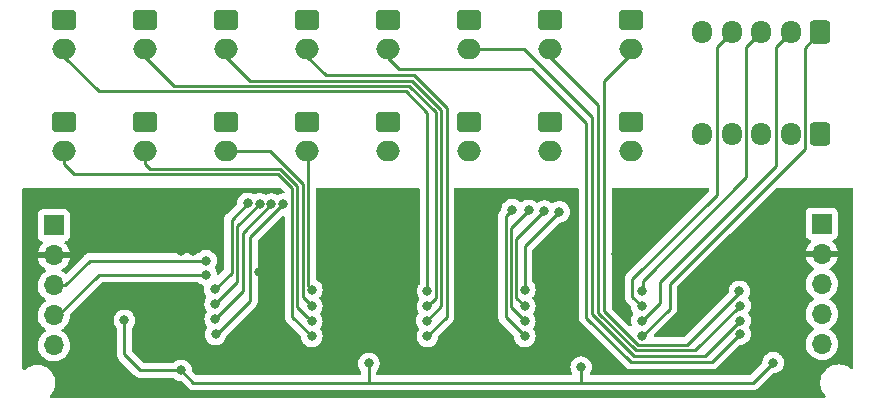
<source format=gbr>
%TF.GenerationSoftware,KiCad,Pcbnew,(6.0.10)*%
%TF.CreationDate,2023-02-13T19:28:03+09:00*%
%TF.ProjectId,joystick_74hc165_input_jst,6a6f7973-7469-4636-9b5f-373468633136,1*%
%TF.SameCoordinates,PX6f92990PY6f3bc80*%
%TF.FileFunction,Copper,L2,Bot*%
%TF.FilePolarity,Positive*%
%FSLAX46Y46*%
G04 Gerber Fmt 4.6, Leading zero omitted, Abs format (unit mm)*
G04 Created by KiCad (PCBNEW (6.0.10)) date 2023-02-13 19:28:03*
%MOMM*%
%LPD*%
G01*
G04 APERTURE LIST*
G04 Aperture macros list*
%AMRoundRect*
0 Rectangle with rounded corners*
0 $1 Rounding radius*
0 $2 $3 $4 $5 $6 $7 $8 $9 X,Y pos of 4 corners*
0 Add a 4 corners polygon primitive as box body*
4,1,4,$2,$3,$4,$5,$6,$7,$8,$9,$2,$3,0*
0 Add four circle primitives for the rounded corners*
1,1,$1+$1,$2,$3*
1,1,$1+$1,$4,$5*
1,1,$1+$1,$6,$7*
1,1,$1+$1,$8,$9*
0 Add four rect primitives between the rounded corners*
20,1,$1+$1,$2,$3,$4,$5,0*
20,1,$1+$1,$4,$5,$6,$7,0*
20,1,$1+$1,$6,$7,$8,$9,0*
20,1,$1+$1,$8,$9,$2,$3,0*%
G04 Aperture macros list end*
%TA.AperFunction,ComponentPad*%
%ADD10R,1.700000X1.700000*%
%TD*%
%TA.AperFunction,ComponentPad*%
%ADD11O,1.700000X1.700000*%
%TD*%
%TA.AperFunction,ComponentPad*%
%ADD12RoundRect,0.250000X-0.750000X0.600000X-0.750000X-0.600000X0.750000X-0.600000X0.750000X0.600000X0*%
%TD*%
%TA.AperFunction,ComponentPad*%
%ADD13O,2.000000X1.700000*%
%TD*%
%TA.AperFunction,ComponentPad*%
%ADD14RoundRect,0.250000X0.600000X0.725000X-0.600000X0.725000X-0.600000X-0.725000X0.600000X-0.725000X0*%
%TD*%
%TA.AperFunction,ComponentPad*%
%ADD15O,1.700000X1.950000*%
%TD*%
%TA.AperFunction,ViaPad*%
%ADD16C,0.800000*%
%TD*%
%TA.AperFunction,Conductor*%
%ADD17C,0.250000*%
%TD*%
G04 APERTURE END LIST*
D10*
%TO.P,OUT1,1,Pin_1*%
%TO.N,VCC*%
X68199000Y15240000D03*
D11*
%TO.P,OUT1,2,Pin_2*%
%TO.N,GND*%
X68199000Y12700000D03*
%TO.P,OUT1,3,Pin_3*%
%TO.N,/LOAD*%
X68199000Y10160000D03*
%TO.P,OUT1,4,Pin_4*%
%TO.N,/CLK*%
X68199000Y7620000D03*
%TO.P,OUT1,5,Pin_5*%
%TO.N,/D_OUT*%
X68199000Y5080000D03*
%TD*%
D12*
%TO.P,J22,1,Pin_1*%
%TO.N,/C_SHORT*%
X52070000Y23876000D03*
D13*
%TO.P,J22,2,Pin_2*%
%TO.N,/C_P2_START*%
X52070000Y21376000D03*
%TD*%
D12*
%TO.P,J23,1,Pin_1*%
%TO.N,/C_SHORT*%
X45212000Y23876000D03*
D13*
%TO.P,J23,2,Pin_2*%
%TO.N,/C_P2_SELECT*%
X45212000Y21376000D03*
%TD*%
D12*
%TO.P,J24,1,Pin_1*%
%TO.N,/C_SHORT*%
X38354000Y23876000D03*
D13*
%TO.P,J24,2,Pin_2*%
%TO.N,/C_P2_A*%
X38354000Y21376000D03*
%TD*%
D12*
%TO.P,J25,1,Pin_1*%
%TO.N,/C_SHORT*%
X31496000Y23876000D03*
D13*
%TO.P,J25,2,Pin_2*%
%TO.N,/C_P2_B*%
X31496000Y21376000D03*
%TD*%
D12*
%TO.P,J26,1,Pin_1*%
%TO.N,/C_SHORT*%
X24638000Y23876000D03*
D13*
%TO.P,J26,2,Pin_2*%
%TO.N,/C_P2_X*%
X24638000Y21376000D03*
%TD*%
D12*
%TO.P,J27,1,Pin_1*%
%TO.N,/C_SHORT*%
X17780000Y23876000D03*
D13*
%TO.P,J27,2,Pin_2*%
%TO.N,/C_P2_Y*%
X17780000Y21376000D03*
%TD*%
D12*
%TO.P,J28,1,Pin_1*%
%TO.N,/C_SHORT*%
X10922000Y23876000D03*
D13*
%TO.P,J28,2,Pin_2*%
%TO.N,/C_P2_L*%
X10922000Y21376000D03*
%TD*%
D12*
%TO.P,J29,1,Pin_1*%
%TO.N,/C_SHORT*%
X4064000Y23876000D03*
D13*
%TO.P,J29,2,Pin_2*%
%TO.N,/C_P2_R*%
X4064000Y21376000D03*
%TD*%
D12*
%TO.P,J16,1,Pin_1*%
%TO.N,/C_SHORT*%
X24638000Y32512000D03*
D13*
%TO.P,J16,2,Pin_2*%
%TO.N,/C_P1_X*%
X24638000Y30012000D03*
%TD*%
D12*
%TO.P,J15,1,Pin_1*%
%TO.N,/C_SHORT*%
X31496000Y32512000D03*
D13*
%TO.P,J15,2,Pin_2*%
%TO.N,/C_P1_B*%
X31496000Y30012000D03*
%TD*%
D12*
%TO.P,J14,1,Pin_1*%
%TO.N,/C_SHORT*%
X38354000Y32512000D03*
D13*
%TO.P,J14,2,Pin_2*%
%TO.N,/C_P1_A*%
X38354000Y30012000D03*
%TD*%
D12*
%TO.P,J18,1,Pin_1*%
%TO.N,/C_SHORT*%
X10922000Y32512000D03*
D13*
%TO.P,J18,2,Pin_2*%
%TO.N,/C_P1_L*%
X10922000Y30012000D03*
%TD*%
D12*
%TO.P,J19,1,Pin_1*%
%TO.N,/C_SHORT*%
X4064000Y32512000D03*
D13*
%TO.P,J19,2,Pin_2*%
%TO.N,/C_P1_R*%
X4064000Y30012000D03*
%TD*%
D12*
%TO.P,J17,1,Pin_1*%
%TO.N,/C_SHORT*%
X17780000Y32512000D03*
D13*
%TO.P,J17,2,Pin_2*%
%TO.N,/C_P1_Y*%
X17780000Y30012000D03*
%TD*%
D12*
%TO.P,J13,1,Pin_1*%
%TO.N,/C_SHORT*%
X45212000Y32512000D03*
D13*
%TO.P,J13,2,Pin_2*%
%TO.N,/C_P1_SELECT*%
X45212000Y30012000D03*
%TD*%
D14*
%TO.P,J11,1,Pin_1*%
%TO.N,/C_P1_UP*%
X68072000Y31496000D03*
D15*
%TO.P,J11,2,Pin_2*%
%TO.N,/C_P1_DOWN*%
X65572000Y31496000D03*
%TO.P,J11,3,Pin_3*%
%TO.N,/C_P1_RIGHT*%
X63072000Y31496000D03*
%TO.P,J11,4,Pin_4*%
%TO.N,/C_P1_LEFT*%
X60572000Y31496000D03*
%TO.P,J11,5,Pin_5*%
%TO.N,/C_SHORT*%
X58072000Y31496000D03*
%TD*%
D12*
%TO.P,J12,1,Pin_1*%
%TO.N,/C_SHORT*%
X52070000Y32512000D03*
D13*
%TO.P,J12,2,Pin_2*%
%TO.N,/C_P1_START*%
X52070000Y30012000D03*
%TD*%
D14*
%TO.P,J21,1,Pin_1*%
%TO.N,/C_P2_UP*%
X68072000Y22860000D03*
D15*
%TO.P,J21,2,Pin_2*%
%TO.N,/C_P2_DOWN*%
X65572000Y22860000D03*
%TO.P,J21,3,Pin_3*%
%TO.N,/C_P2_RIGHT*%
X63072000Y22860000D03*
%TO.P,J21,4,Pin_4*%
%TO.N,/C_P2_LEFT*%
X60572000Y22860000D03*
%TO.P,J21,5,Pin_5*%
%TO.N,/C_SHORT*%
X58072000Y22860000D03*
%TD*%
D10*
%TO.P,IN1,1,Pin_1*%
%TO.N,VCC*%
X3175000Y15113000D03*
D11*
%TO.P,IN1,2,Pin_2*%
%TO.N,GND*%
X3175000Y12573000D03*
%TO.P,IN1,3,Pin_3*%
%TO.N,/LOAD*%
X3175000Y10033000D03*
%TO.P,IN1,4,Pin_4*%
%TO.N,/CLK*%
X3175000Y7493000D03*
%TO.P,IN1,5,Pin_5*%
%TO.N,/D_IN*%
X3175000Y4953000D03*
%TD*%
D16*
%TO.N,/PULL*%
X9144000Y7061200D03*
X64071494Y3492509D03*
X13945506Y2833006D03*
X29845001Y3429001D03*
X47815492Y3111510D03*
%TO.N,GND*%
X62928500Y15494000D03*
X44640500Y3492500D03*
X33782000Y12700000D03*
X14986000Y12954000D03*
X50800000Y12700000D03*
X57086500Y7747000D03*
X39052500Y11176000D03*
X38925500Y7429500D03*
X29845000Y7366000D03*
X55054500Y15367000D03*
X51943000Y12700000D03*
X52387500Y15430500D03*
X26924000Y3683000D03*
X15494000Y4191000D03*
X33083500Y3619500D03*
X63881000Y10668000D03*
X65278000Y4572000D03*
X10820400Y6908800D03*
X13970000Y12954000D03*
X30924500Y12700000D03*
X5943600Y7620000D03*
X48006000Y5651500D03*
X53721000Y15430500D03*
X20891500Y6477000D03*
X32448500Y12700000D03*
X20537010Y11176000D03*
X64389000Y15494000D03*
X62992000Y4572000D03*
%TO.N,/LOAD*%
X16065500Y12128500D03*
%TO.N,/CLK*%
X16065500Y10922000D03*
%TO.N,/C_P1_START*%
X61213980Y9508490D03*
%TO.N,/C_P1_SELECT*%
X61277500Y8318500D03*
%TO.N,/C_P1_A*%
X61277503Y7048487D03*
%TO.N,/C_P1_B*%
X61277500Y5905500D03*
%TO.N,/C_P1_UP*%
X52959000Y5715000D03*
%TO.N,/C_P1_DOWN*%
X52959000Y7048500D03*
%TO.N,/C_P1_LEFT*%
X52959000Y8255000D03*
%TO.N,/C_P1_RIGHT*%
X52959000Y9525000D03*
%TO.N,/C_P1_X*%
X34798000Y5715000D03*
%TO.N,/C_P1_Y*%
X34734506Y7048500D03*
%TO.N,/C_P1_L*%
X34802660Y8255000D03*
%TO.N,/C_P1_R*%
X34802660Y9548299D03*
%TO.N,/C_P2_START*%
X16865600Y5867400D03*
X22606000Y16897044D03*
%TO.N,/C_P2_SELECT*%
X21592280Y16908644D03*
X16827500Y7175500D03*
%TO.N,/C_P2_A*%
X20592458Y16934141D03*
X16827500Y8445500D03*
%TO.N,/C_P2_B*%
X19592898Y16964190D03*
X16789400Y9677400D03*
%TO.N,/C_P2_UP*%
X45974000Y16256000D03*
X43053000Y9652000D03*
%TO.N,/C_P2_DOWN*%
X44704000Y16319500D03*
X43053000Y8255000D03*
%TO.N,/C_P2_LEFT*%
X43370500Y16383000D03*
X43053000Y6985000D03*
%TO.N,/C_P2_RIGHT*%
X41973500Y16447033D03*
X43053000Y5715000D03*
%TO.N,/C_P2_X*%
X25018998Y9652000D03*
%TO.N,/C_P2_Y*%
X25019000Y8255000D03*
%TO.N,/C_P2_L*%
X25019000Y6985000D03*
%TO.N,/C_P2_R*%
X25019000Y5715000D03*
%TD*%
D17*
%TO.N,/PULL*%
X54610000Y1778000D02*
X47879000Y1778000D01*
X29845000Y3429000D02*
X29845001Y3429001D01*
X62356985Y1778000D02*
X64071494Y3492509D01*
X9144000Y7061200D02*
X9144000Y4191000D01*
X15000512Y1778000D02*
X13945506Y2833006D01*
X10501994Y2833006D02*
X13945506Y2833006D01*
X54610000Y1778000D02*
X15000512Y1778000D01*
X9144000Y4191000D02*
X10501994Y2833006D01*
X54610000Y1778000D02*
X62356985Y1778000D01*
X29845000Y1778000D02*
X29845000Y3429000D01*
X47815492Y1841508D02*
X47815492Y3111510D01*
X47879000Y1778000D02*
X47815492Y1841508D01*
%TO.N,/LOAD*%
X16065500Y12128500D02*
X6216502Y12128500D01*
X4121002Y10033000D02*
X3175000Y10033000D01*
X6216502Y12128500D02*
X4121002Y10033000D01*
%TO.N,/CLK*%
X3175000Y7493000D02*
X3556000Y7493000D01*
X3556000Y7493000D02*
X6985000Y10922000D01*
X6985000Y10922000D02*
X16065500Y10922000D01*
%TO.N,/C_P1_START*%
X49784000Y7816996D02*
X49784000Y27368500D01*
X61213980Y9508490D02*
X61213980Y9397980D01*
X52610997Y4989999D02*
X49784000Y7816996D01*
X52070000Y29654500D02*
X52070000Y30012000D01*
X49784000Y27368500D02*
X52070000Y29654500D01*
X56805999Y4989999D02*
X52610997Y4989999D01*
X61213980Y9397980D02*
X56805999Y4989999D01*
%TO.N,/C_P1_SELECT*%
X61277500Y8318500D02*
X57498989Y4539989D01*
X49276000Y7688586D02*
X49276000Y25336500D01*
X49276000Y25336500D02*
X45212000Y29400500D01*
X45212000Y29400500D02*
X45212000Y30012000D01*
X57498989Y4539989D02*
X52424596Y4539990D01*
X52424596Y4539990D02*
X49276000Y7688586D01*
%TO.N,/C_P1_A*%
X48768000Y24257000D02*
X48768000Y7560176D01*
X48768000Y7560176D02*
X52264176Y4064000D01*
X43013000Y30012000D02*
X48768000Y24257000D01*
X52264176Y4064000D02*
X58293016Y4064000D01*
X58293016Y4064000D02*
X61277503Y7048487D01*
X38354000Y30012000D02*
X43013000Y30012000D01*
%TO.N,/C_P1_B*%
X48260000Y23749000D02*
X48260000Y7302500D01*
X52006500Y3556000D02*
X58928000Y3556000D01*
X31496000Y30012000D02*
X31496000Y29273500D01*
X58928000Y3556000D02*
X61277500Y5905500D01*
X43624500Y28384500D02*
X48260000Y23749000D01*
X31496000Y29273500D02*
X32385000Y28384500D01*
X32385000Y28384500D02*
X43624500Y28384500D01*
X48260000Y7302500D02*
X52006500Y3556000D01*
%TO.N,/C_P1_UP*%
X66738500Y21858785D02*
X66747010Y21867295D01*
X55308500Y8064500D02*
X55308500Y10160000D01*
X52959000Y5715000D02*
X55308500Y8064500D01*
X66747010Y23471705D02*
X66738500Y23480215D01*
X66738500Y21590000D02*
X66738500Y21858785D01*
X66738500Y23480215D02*
X66738500Y30162500D01*
X55308500Y10160000D02*
X66738500Y21590000D01*
X66738500Y30162500D02*
X68072000Y31496000D01*
X66747010Y21867295D02*
X66747010Y23471705D01*
%TO.N,/C_P1_DOWN*%
X64325500Y30249500D02*
X64325500Y20129500D01*
X54483000Y10287000D02*
X54483000Y8572500D01*
X65572000Y31496000D02*
X64325500Y30249500D01*
X54483000Y8572500D02*
X52959000Y7048500D01*
X64325500Y20129500D02*
X54483000Y10287000D01*
%TO.N,/C_P1_LEFT*%
X59309000Y30233000D02*
X59309000Y17716500D01*
X60572000Y31496000D02*
X59309000Y30233000D01*
X52133500Y10541000D02*
X52133500Y9080500D01*
X59309000Y17716500D02*
X52133500Y10541000D01*
X52133500Y9080500D02*
X52959000Y8255000D01*
%TO.N,/C_P1_RIGHT*%
X61785500Y19177000D02*
X61785500Y30209500D01*
X53022500Y9588500D02*
X53022500Y10414000D01*
X61785500Y30209500D02*
X63072000Y31496000D01*
X52959000Y9525000D02*
X53022500Y9588500D01*
X53022500Y10414000D02*
X61785500Y19177000D01*
%TO.N,/C_P1_X*%
X33657822Y27813000D02*
X26225500Y27813000D01*
X24638000Y29400500D02*
X24638000Y30012000D01*
X36427683Y25043139D02*
X33657822Y27813000D01*
X26225500Y27813000D02*
X24638000Y29400500D01*
X34798000Y5715000D02*
X36427683Y7344683D01*
X36427683Y7344683D02*
X36427683Y25043139D01*
%TO.N,/C_P1_Y*%
X19754011Y27362989D02*
X17780000Y29337000D01*
X35977672Y24856739D02*
X33471422Y27362989D01*
X35977672Y8291665D02*
X35977672Y24856739D01*
X34734506Y7048500D02*
X35977672Y8291665D01*
X33471422Y27362989D02*
X19754011Y27362989D01*
X17780000Y29337000D02*
X17780000Y30012000D01*
%TO.N,/C_P1_L*%
X10922000Y30012000D02*
X10922000Y29337000D01*
X35527661Y24670339D02*
X35527661Y8980001D01*
X35527661Y8980001D02*
X35202659Y8654999D01*
X33285022Y26912978D02*
X35527661Y24670339D01*
X35202659Y8654999D02*
X34802660Y8255000D01*
X10922000Y29337000D02*
X13346022Y26912978D01*
X13346022Y26912978D02*
X33285022Y26912978D01*
%TO.N,/C_P1_R*%
X32973033Y26462967D02*
X34802660Y24633340D01*
X34802660Y24633340D02*
X34802660Y10113984D01*
X7001533Y26462967D02*
X32973033Y26462967D01*
X4064000Y30012000D02*
X4064000Y29400500D01*
X34802660Y10113984D02*
X34802660Y9548299D01*
X4064000Y29400500D02*
X7001533Y26462967D01*
%TO.N,/C_P2_START*%
X16979900Y5867400D02*
X19812000Y8699500D01*
X19812000Y14103044D02*
X22606000Y16897044D01*
X16865600Y5867400D02*
X16979900Y5867400D01*
X19812000Y8699500D02*
X19812000Y14103044D01*
%TO.N,/C_P2_SELECT*%
X16827500Y7175500D02*
X19171489Y9519489D01*
X19171489Y14487853D02*
X21592280Y16908644D01*
X19171489Y9519489D02*
X19171489Y14487853D01*
%TO.N,/C_P2_A*%
X16827500Y8445500D02*
X18721478Y10339478D01*
X18721478Y15063161D02*
X20592458Y16934141D01*
X18721478Y10339478D02*
X18721478Y15063161D01*
%TO.N,/C_P2_B*%
X18224500Y11112500D02*
X18224500Y15595792D01*
X16789400Y9677400D02*
X18224500Y11112500D01*
X18224500Y15595792D02*
X19592898Y16964190D01*
%TO.N,/C_P2_UP*%
X43053000Y9652000D02*
X43053000Y13335000D01*
X43053000Y13335000D02*
X45974000Y16256000D01*
%TO.N,/C_P2_DOWN*%
X42327999Y8980001D02*
X42327999Y13943499D01*
X42327999Y13943499D02*
X44704000Y16319500D01*
X43053000Y8255000D02*
X42327999Y8980001D01*
%TO.N,/C_P2_LEFT*%
X41877990Y14890490D02*
X43370500Y16383000D01*
X41877990Y8160010D02*
X41877990Y14890490D01*
X43053000Y6985000D02*
X41877990Y8160010D01*
%TO.N,/C_P2_RIGHT*%
X41427981Y7340019D02*
X41427981Y15901514D01*
X43053000Y5715000D02*
X41427981Y7340019D01*
X41427981Y15901514D02*
X41973500Y16447033D01*
%TO.N,/C_P2_X*%
X24701500Y9969498D02*
X25018998Y9652000D01*
X24701500Y21312500D02*
X24701500Y9969498D01*
X24638000Y21376000D02*
X24701500Y21312500D01*
%TO.N,/C_P2_Y*%
X21486500Y21376000D02*
X17780000Y21376000D01*
X25019000Y8255000D02*
X24251489Y9022511D01*
X24251489Y18611011D02*
X21486500Y21376000D01*
X24251489Y9022511D02*
X24251489Y18611011D01*
%TO.N,/C_P2_L*%
X10922000Y20276000D02*
X11330858Y19867142D01*
X11330858Y19867142D02*
X22358948Y19867142D01*
X22358948Y19867142D02*
X23801478Y18424612D01*
X24619001Y7384999D02*
X25019000Y6985000D01*
X23801478Y8202522D02*
X24619001Y7384999D01*
X23801478Y18424612D02*
X23801478Y8202522D01*
X10922000Y21376000D02*
X10922000Y20276000D01*
%TO.N,/C_P2_R*%
X23351467Y18238213D02*
X22172549Y19417131D01*
X23351467Y7382533D02*
X23351467Y18238213D01*
X4064000Y20276000D02*
X4064000Y21376000D01*
X4922869Y19417131D02*
X4064000Y20276000D01*
X22172549Y19417131D02*
X4922869Y19417131D01*
X25019000Y5715000D02*
X23351467Y7382533D01*
%TD*%
%TA.AperFunction,Conductor*%
%TO.N,GND*%
G36*
X22421706Y18267998D02*
G01*
X22442680Y18251095D01*
X22673136Y18020639D01*
X22707162Y17958327D01*
X22702097Y17887512D01*
X22659550Y17830676D01*
X22593030Y17805865D01*
X22584041Y17805544D01*
X22510513Y17805544D01*
X22504061Y17804172D01*
X22504056Y17804172D01*
X22417113Y17785691D01*
X22323712Y17765838D01*
X22317682Y17763153D01*
X22317681Y17763153D01*
X22161880Y17693786D01*
X22091513Y17684352D01*
X22050310Y17698833D01*
X22049032Y17699762D01*
X21918243Y17757993D01*
X21880599Y17774753D01*
X21880598Y17774753D01*
X21874568Y17777438D01*
X21754615Y17802935D01*
X21694224Y17815772D01*
X21694219Y17815772D01*
X21687767Y17817144D01*
X21496793Y17817144D01*
X21490341Y17815772D01*
X21490336Y17815772D01*
X21429945Y17802935D01*
X21309992Y17777438D01*
X21303965Y17774755D01*
X21303957Y17774752D01*
X21169596Y17714931D01*
X21099229Y17705497D01*
X21055349Y17720918D01*
X21054550Y17721379D01*
X21049210Y17725259D01*
X20938044Y17774753D01*
X20880777Y17800250D01*
X20880776Y17800250D01*
X20874746Y17802935D01*
X20781346Y17822788D01*
X20694402Y17841269D01*
X20694397Y17841269D01*
X20687945Y17842641D01*
X20496971Y17842641D01*
X20490519Y17841269D01*
X20490514Y17841269D01*
X20403571Y17822788D01*
X20310170Y17802935D01*
X20304140Y17800250D01*
X20304139Y17800250D01*
X20174374Y17742475D01*
X20104007Y17733041D01*
X20060122Y17748465D01*
X20054990Y17751428D01*
X20049650Y17755308D01*
X20043620Y17757993D01*
X19881217Y17830299D01*
X19881216Y17830299D01*
X19875186Y17832984D01*
X19781785Y17852837D01*
X19694842Y17871318D01*
X19694837Y17871318D01*
X19688385Y17872690D01*
X19497411Y17872690D01*
X19490959Y17871318D01*
X19490954Y17871318D01*
X19404011Y17852837D01*
X19310610Y17832984D01*
X19304580Y17830299D01*
X19304579Y17830299D01*
X19142176Y17757993D01*
X19142174Y17757992D01*
X19136146Y17755308D01*
X18981645Y17643056D01*
X18853858Y17501134D01*
X18758371Y17335746D01*
X18699356Y17154118D01*
X18698666Y17147557D01*
X18698666Y17147555D01*
X18681991Y16988898D01*
X18654978Y16923241D01*
X18645776Y16912972D01*
X17832242Y16099439D01*
X17823963Y16091905D01*
X17817482Y16087792D01*
X17770857Y16038141D01*
X17768102Y16035299D01*
X17748365Y16015562D01*
X17745885Y16012365D01*
X17738182Y16003345D01*
X17707914Y15971113D01*
X17704095Y15964167D01*
X17704093Y15964164D01*
X17698152Y15953358D01*
X17687301Y15936839D01*
X17674886Y15920833D01*
X17671741Y15913564D01*
X17671738Y15913560D01*
X17657326Y15880255D01*
X17652109Y15869605D01*
X17630805Y15830852D01*
X17628834Y15823177D01*
X17628834Y15823176D01*
X17625767Y15811230D01*
X17619363Y15792526D01*
X17611319Y15773937D01*
X17610080Y15766114D01*
X17610077Y15766104D01*
X17604401Y15730268D01*
X17601995Y15718648D01*
X17591000Y15675822D01*
X17591000Y15655568D01*
X17589449Y15635858D01*
X17586280Y15615849D01*
X17587026Y15607957D01*
X17590441Y15571831D01*
X17591000Y15559973D01*
X17591000Y11427095D01*
X17570998Y11358974D01*
X17554095Y11337999D01*
X17180927Y10964832D01*
X17118615Y10930807D01*
X17047799Y10935872D01*
X16990964Y10978419D01*
X16966522Y11040758D01*
X16959732Y11105365D01*
X16959732Y11105367D01*
X16959042Y11111928D01*
X16900027Y11293556D01*
X16888517Y11313493D01*
X16804540Y11458944D01*
X16806210Y11459908D01*
X16785463Y11518056D01*
X16801542Y11587207D01*
X16803831Y11590769D01*
X16804540Y11591556D01*
X16900027Y11756944D01*
X16959042Y11938572D01*
X16979004Y12128500D01*
X16971139Y12203328D01*
X16959732Y12311865D01*
X16959732Y12311867D01*
X16959042Y12318428D01*
X16900027Y12500056D01*
X16804540Y12665444D01*
X16788381Y12683391D01*
X16681175Y12802455D01*
X16681174Y12802456D01*
X16676753Y12807366D01*
X16522252Y12919618D01*
X16516224Y12922302D01*
X16516222Y12922303D01*
X16353819Y12994609D01*
X16353818Y12994609D01*
X16347788Y12997294D01*
X16254387Y13017147D01*
X16167444Y13035628D01*
X16167439Y13035628D01*
X16160987Y13037000D01*
X15970013Y13037000D01*
X15963561Y13035628D01*
X15963556Y13035628D01*
X15876613Y13017147D01*
X15783212Y12997294D01*
X15777182Y12994609D01*
X15777181Y12994609D01*
X15614778Y12922303D01*
X15614776Y12922302D01*
X15608748Y12919618D01*
X15454247Y12807366D01*
X15449832Y12802463D01*
X15444920Y12798040D01*
X15443795Y12799289D01*
X15390486Y12766449D01*
X15357300Y12762000D01*
X6295270Y12762000D01*
X6284087Y12762527D01*
X6276594Y12764202D01*
X6268668Y12763953D01*
X6268667Y12763953D01*
X6208504Y12762062D01*
X6204546Y12762000D01*
X6176646Y12762000D01*
X6172656Y12761496D01*
X6160822Y12760564D01*
X6116613Y12759174D01*
X6108997Y12756961D01*
X6108995Y12756961D01*
X6097154Y12753521D01*
X6077795Y12749512D01*
X6076485Y12749346D01*
X6057705Y12746974D01*
X6050339Y12744058D01*
X6050333Y12744056D01*
X6016600Y12730700D01*
X6005370Y12726855D01*
X5970519Y12716730D01*
X5962909Y12714519D01*
X5956086Y12710484D01*
X5945468Y12704205D01*
X5927715Y12695508D01*
X5920070Y12692481D01*
X5908885Y12688052D01*
X5902470Y12683391D01*
X5873114Y12662063D01*
X5863197Y12655549D01*
X5825140Y12633042D01*
X5810819Y12618721D01*
X5795786Y12605881D01*
X5779395Y12593972D01*
X5774344Y12587866D01*
X5751204Y12559895D01*
X5743214Y12551116D01*
X4249494Y11057397D01*
X4187182Y11023371D01*
X4116366Y11028436D01*
X4082311Y11047607D01*
X3929359Y11168402D01*
X3909500Y11179365D01*
X3887569Y11191471D01*
X3837598Y11241903D01*
X3822826Y11311346D01*
X3847942Y11377752D01*
X3875294Y11404359D01*
X4050328Y11529208D01*
X4058200Y11535861D01*
X4209052Y11686188D01*
X4215730Y11694035D01*
X4340003Y11866980D01*
X4345313Y11875817D01*
X4439670Y12066733D01*
X4443469Y12076328D01*
X4505377Y12280090D01*
X4507555Y12290163D01*
X4508986Y12301038D01*
X4506775Y12315222D01*
X4493617Y12319000D01*
X1858225Y12319000D01*
X1844694Y12315027D01*
X1843257Y12305034D01*
X1873565Y12170554D01*
X1876645Y12160725D01*
X1956770Y11963397D01*
X1961413Y11954206D01*
X2072694Y11772612D01*
X2078777Y11764301D01*
X2218213Y11603333D01*
X2225580Y11596117D01*
X2389434Y11460084D01*
X2397881Y11454169D01*
X2466969Y11413797D01*
X2515693Y11362158D01*
X2528764Y11292375D01*
X2502033Y11226604D01*
X2461584Y11193248D01*
X2448607Y11186493D01*
X2444474Y11183390D01*
X2444471Y11183388D01*
X2340554Y11105365D01*
X2269965Y11052365D01*
X2254960Y11036663D01*
X2133318Y10909372D01*
X2115629Y10890862D01*
X2112715Y10886590D01*
X2112714Y10886589D01*
X2073174Y10828625D01*
X1989743Y10706320D01*
X1970032Y10663856D01*
X1902553Y10518484D01*
X1895688Y10503695D01*
X1835989Y10288430D01*
X1812251Y10066305D01*
X1812548Y10061152D01*
X1812548Y10061149D01*
X1823353Y9873761D01*
X1825110Y9843285D01*
X1826247Y9838239D01*
X1826248Y9838233D01*
X1844464Y9757404D01*
X1874222Y9625361D01*
X1958266Y9418384D01*
X1980260Y9382493D01*
X2046303Y9274721D01*
X2074987Y9227912D01*
X2221250Y9059062D01*
X2393126Y8916368D01*
X2418315Y8901649D01*
X2466445Y8873524D01*
X2515169Y8821886D01*
X2528240Y8752103D01*
X2501509Y8686331D01*
X2461055Y8652973D01*
X2448607Y8646493D01*
X2444474Y8643390D01*
X2444471Y8643388D01*
X2274100Y8515470D01*
X2269965Y8512365D01*
X2115629Y8350862D01*
X2112715Y8346590D01*
X2112714Y8346589D01*
X2075440Y8291947D01*
X1989743Y8166320D01*
X1895688Y7963695D01*
X1835989Y7748430D01*
X1812251Y7526305D01*
X1812548Y7521152D01*
X1812548Y7521149D01*
X1824331Y7316797D01*
X1825110Y7303285D01*
X1826247Y7298239D01*
X1826248Y7298233D01*
X1846086Y7210207D01*
X1874222Y7085361D01*
X1958266Y6878384D01*
X1974016Y6852683D01*
X2052258Y6725003D01*
X2074987Y6687912D01*
X2221250Y6519062D01*
X2393126Y6376368D01*
X2436785Y6350856D01*
X2466445Y6333524D01*
X2515169Y6281886D01*
X2528240Y6212103D01*
X2501509Y6146331D01*
X2461055Y6112973D01*
X2448607Y6106493D01*
X2444474Y6103390D01*
X2444471Y6103388D01*
X2383125Y6057328D01*
X2269965Y5972365D01*
X2115629Y5810862D01*
X2112715Y5806590D01*
X2112714Y5806589D01*
X2073174Y5748625D01*
X1989743Y5626320D01*
X1895688Y5423695D01*
X1835989Y5208430D01*
X1812251Y4986305D01*
X1812548Y4981152D01*
X1812548Y4981149D01*
X1823458Y4791931D01*
X1825110Y4763285D01*
X1826247Y4758239D01*
X1826248Y4758233D01*
X1844464Y4677404D01*
X1874222Y4545361D01*
X1911561Y4453405D01*
X1948960Y4361303D01*
X1958266Y4338384D01*
X1960965Y4333980D01*
X2055903Y4179055D01*
X2074987Y4147912D01*
X2221250Y3979062D01*
X2393126Y3836368D01*
X2586000Y3723662D01*
X2590825Y3721820D01*
X2590826Y3721819D01*
X2599685Y3718436D01*
X2794692Y3643970D01*
X2799760Y3642939D01*
X2799763Y3642938D01*
X2907017Y3621117D01*
X3013597Y3599433D01*
X3018772Y3599243D01*
X3018774Y3599243D01*
X3231673Y3591436D01*
X3231677Y3591436D01*
X3236837Y3591247D01*
X3241957Y3591903D01*
X3241959Y3591903D01*
X3453288Y3618975D01*
X3453289Y3618975D01*
X3458416Y3619632D01*
X3463366Y3621117D01*
X3667429Y3682339D01*
X3667434Y3682341D01*
X3672384Y3683826D01*
X3872994Y3782104D01*
X4054860Y3911827D01*
X4103430Y3960227D01*
X4167160Y4023735D01*
X4213096Y4069511D01*
X4234308Y4099030D01*
X4340435Y4246723D01*
X4343453Y4250923D01*
X4365292Y4295110D01*
X4440136Y4446547D01*
X4440137Y4446549D01*
X4442430Y4451189D01*
X4507370Y4664931D01*
X4536529Y4886410D01*
X4537445Y4923882D01*
X4538074Y4949635D01*
X4538074Y4949639D01*
X4538156Y4953000D01*
X4519852Y5175639D01*
X4465431Y5392298D01*
X4376354Y5597160D01*
X4273628Y5755950D01*
X4257822Y5780383D01*
X4257820Y5780386D01*
X4255014Y5784723D01*
X4104670Y5949949D01*
X4100619Y5953148D01*
X4100615Y5953152D01*
X3933414Y6085200D01*
X3933410Y6085202D01*
X3929359Y6088402D01*
X3888053Y6111204D01*
X3838084Y6161636D01*
X3823312Y6231079D01*
X3848428Y6297484D01*
X3875780Y6324091D01*
X3939629Y6369634D01*
X4054860Y6451827D01*
X4063588Y6460524D01*
X4179296Y6575829D01*
X4213096Y6609511D01*
X4239361Y6646062D01*
X4340435Y6786723D01*
X4343453Y6790923D01*
X4349889Y6803944D01*
X4440136Y6986547D01*
X4440137Y6986549D01*
X4442430Y6991189D01*
X4463701Y7061200D01*
X8230496Y7061200D01*
X8231186Y7054635D01*
X8249711Y6878384D01*
X8250458Y6871272D01*
X8309473Y6689644D01*
X8312776Y6683922D01*
X8312777Y6683921D01*
X8338969Y6638556D01*
X8404960Y6524256D01*
X8478137Y6442985D01*
X8508853Y6378979D01*
X8510500Y6358676D01*
X8510500Y4269767D01*
X8509973Y4258584D01*
X8508298Y4251091D01*
X8508547Y4243165D01*
X8508547Y4243164D01*
X8510438Y4183014D01*
X8510500Y4179055D01*
X8510500Y4151144D01*
X8510997Y4147210D01*
X8510997Y4147209D01*
X8511005Y4147144D01*
X8511938Y4135307D01*
X8513327Y4091111D01*
X8518383Y4073708D01*
X8518978Y4071661D01*
X8522987Y4052300D01*
X8525526Y4032203D01*
X8528445Y4024832D01*
X8528445Y4024830D01*
X8541804Y3991088D01*
X8545649Y3979858D01*
X8546840Y3975760D01*
X8557982Y3937407D01*
X8562015Y3930588D01*
X8562017Y3930583D01*
X8568293Y3919972D01*
X8576988Y3902224D01*
X8584448Y3883383D01*
X8589110Y3876967D01*
X8589110Y3876966D01*
X8610436Y3847613D01*
X8616952Y3837693D01*
X8633721Y3809339D01*
X8639458Y3799638D01*
X8653779Y3785317D01*
X8666619Y3770284D01*
X8678528Y3753893D01*
X8695160Y3740134D01*
X8712605Y3725702D01*
X8721384Y3717712D01*
X9998337Y2440759D01*
X10005881Y2432469D01*
X10009994Y2425988D01*
X10015771Y2420563D01*
X10059661Y2379348D01*
X10062503Y2376593D01*
X10082225Y2356871D01*
X10085349Y2354448D01*
X10085353Y2354444D01*
X10085418Y2354394D01*
X10094439Y2346689D01*
X10126673Y2316420D01*
X10133621Y2312601D01*
X10133623Y2312599D01*
X10144426Y2306660D01*
X10160953Y2295804D01*
X10170692Y2288249D01*
X10170694Y2288248D01*
X10176954Y2283392D01*
X10217534Y2265832D01*
X10228182Y2260615D01*
X10255238Y2245741D01*
X10266934Y2239311D01*
X10274610Y2237340D01*
X10274613Y2237339D01*
X10286556Y2234273D01*
X10305261Y2227869D01*
X10323849Y2219825D01*
X10331672Y2218586D01*
X10331682Y2218583D01*
X10367518Y2212907D01*
X10379138Y2210501D01*
X10414283Y2201478D01*
X10421964Y2199506D01*
X10442218Y2199506D01*
X10461928Y2197955D01*
X10481937Y2194786D01*
X10489829Y2195532D01*
X10525955Y2198947D01*
X10537813Y2199506D01*
X13237306Y2199506D01*
X13305427Y2179504D01*
X13324653Y2163163D01*
X13324926Y2163466D01*
X13329838Y2159043D01*
X13334253Y2154140D01*
X13488754Y2041888D01*
X13494782Y2039204D01*
X13494784Y2039203D01*
X13657187Y1966897D01*
X13663218Y1964212D01*
X13756618Y1944359D01*
X13843562Y1925878D01*
X13843567Y1925878D01*
X13850019Y1924506D01*
X13905911Y1924506D01*
X13974032Y1904504D01*
X13995007Y1887601D01*
X14258904Y1623703D01*
X14496865Y1385742D01*
X14504399Y1377463D01*
X14508512Y1370982D01*
X14529607Y1351173D01*
X14558163Y1324357D01*
X14561005Y1321602D01*
X14580742Y1301865D01*
X14583939Y1299385D01*
X14592959Y1291682D01*
X14625191Y1261414D01*
X14632137Y1257595D01*
X14632140Y1257593D01*
X14642946Y1251652D01*
X14659465Y1240801D01*
X14675471Y1228386D01*
X14682740Y1225241D01*
X14682744Y1225238D01*
X14716049Y1210826D01*
X14726699Y1205609D01*
X14765452Y1184305D01*
X14773127Y1182334D01*
X14773128Y1182334D01*
X14785074Y1179267D01*
X14803779Y1172863D01*
X14822367Y1164819D01*
X14830190Y1163580D01*
X14830200Y1163577D01*
X14866036Y1157901D01*
X14877656Y1155495D01*
X14909471Y1147327D01*
X14920482Y1144500D01*
X14940736Y1144500D01*
X14960446Y1142949D01*
X14980455Y1139780D01*
X14988347Y1140526D01*
X14999775Y1141606D01*
X15024474Y1143941D01*
X15036331Y1144500D01*
X29773207Y1144500D01*
X29796816Y1142268D01*
X29797119Y1142210D01*
X29797123Y1142210D01*
X29804906Y1140725D01*
X29860951Y1144251D01*
X29868862Y1144500D01*
X47819224Y1144500D01*
X47838934Y1142949D01*
X47858943Y1139780D01*
X47866835Y1140526D01*
X47878263Y1141606D01*
X47902962Y1143941D01*
X47914819Y1144500D01*
X62278218Y1144500D01*
X62289401Y1143973D01*
X62296894Y1142298D01*
X62304820Y1142547D01*
X62304821Y1142547D01*
X62364971Y1144438D01*
X62368930Y1144500D01*
X62396841Y1144500D01*
X62400776Y1144997D01*
X62400841Y1145005D01*
X62412678Y1145938D01*
X62444936Y1146952D01*
X62448955Y1147078D01*
X62456874Y1147327D01*
X62476328Y1152979D01*
X62495685Y1156987D01*
X62507915Y1158532D01*
X62507916Y1158532D01*
X62515782Y1159526D01*
X62523153Y1162445D01*
X62523155Y1162445D01*
X62556897Y1175804D01*
X62568127Y1179649D01*
X62602968Y1189771D01*
X62602969Y1189771D01*
X62610578Y1191982D01*
X62617397Y1196015D01*
X62617402Y1196017D01*
X62628013Y1202293D01*
X62645761Y1210988D01*
X62664602Y1218448D01*
X62700372Y1244436D01*
X62710292Y1250952D01*
X62741520Y1269420D01*
X62741523Y1269422D01*
X62748347Y1273458D01*
X62762668Y1287779D01*
X62777702Y1300620D01*
X62787679Y1307869D01*
X62794092Y1312528D01*
X62822283Y1346605D01*
X62830273Y1355384D01*
X64021994Y2547104D01*
X64084306Y2581130D01*
X64111089Y2584009D01*
X64166981Y2584009D01*
X64173433Y2585381D01*
X64173438Y2585381D01*
X64260382Y2603862D01*
X64353782Y2623715D01*
X64463634Y2672624D01*
X64522216Y2698706D01*
X64522218Y2698707D01*
X64528246Y2701391D01*
X64682747Y2813643D01*
X64758500Y2897775D01*
X64806115Y2950657D01*
X64806116Y2950658D01*
X64810534Y2955565D01*
X64874166Y3065779D01*
X64902717Y3115230D01*
X64902718Y3115231D01*
X64906021Y3120953D01*
X64965036Y3302581D01*
X64984998Y3492509D01*
X64974620Y3591247D01*
X64965726Y3675874D01*
X64965726Y3675876D01*
X64965036Y3682437D01*
X64906021Y3864065D01*
X64880177Y3908829D01*
X64838118Y3981676D01*
X64810534Y4029453D01*
X64800975Y4040070D01*
X64687169Y4166464D01*
X64687168Y4166465D01*
X64682747Y4171375D01*
X64566874Y4255562D01*
X64533588Y4279746D01*
X64533587Y4279747D01*
X64528246Y4283627D01*
X64522218Y4286311D01*
X64522216Y4286312D01*
X64359813Y4358618D01*
X64359812Y4358618D01*
X64353782Y4361303D01*
X64253767Y4382562D01*
X64173438Y4399637D01*
X64173433Y4399637D01*
X64166981Y4401009D01*
X63976007Y4401009D01*
X63969555Y4399637D01*
X63969550Y4399637D01*
X63889221Y4382562D01*
X63789206Y4361303D01*
X63783176Y4358618D01*
X63783175Y4358618D01*
X63620772Y4286312D01*
X63620770Y4286311D01*
X63614742Y4283627D01*
X63609401Y4279747D01*
X63609400Y4279746D01*
X63576114Y4255562D01*
X63460241Y4171375D01*
X63455820Y4166465D01*
X63455819Y4166464D01*
X63342014Y4040070D01*
X63332454Y4029453D01*
X63304870Y3981676D01*
X63262812Y3908829D01*
X63236967Y3864065D01*
X63177952Y3682437D01*
X63177262Y3675876D01*
X63177262Y3675874D01*
X63160587Y3517216D01*
X63133574Y3451559D01*
X63124372Y3441291D01*
X62131485Y2448405D01*
X62069173Y2414379D01*
X62042390Y2411500D01*
X48678624Y2411500D01*
X48610503Y2431502D01*
X48564010Y2485158D01*
X48553906Y2555432D01*
X48569505Y2600500D01*
X48646715Y2734231D01*
X48646716Y2734232D01*
X48650019Y2739954D01*
X48709034Y2921582D01*
X48710442Y2934973D01*
X48728306Y3104945D01*
X48728996Y3111510D01*
X48719216Y3204562D01*
X48709724Y3294875D01*
X48709724Y3294877D01*
X48709034Y3301438D01*
X48650019Y3483066D01*
X48630303Y3517216D01*
X48612806Y3547520D01*
X48554532Y3648454D01*
X48486815Y3723662D01*
X48431167Y3785465D01*
X48431166Y3785466D01*
X48426745Y3790376D01*
X48307565Y3876966D01*
X48277586Y3898747D01*
X48277585Y3898748D01*
X48272244Y3902628D01*
X48266216Y3905312D01*
X48266214Y3905313D01*
X48103811Y3977619D01*
X48103810Y3977619D01*
X48097780Y3980304D01*
X48004379Y4000157D01*
X47917436Y4018638D01*
X47917431Y4018638D01*
X47910979Y4020010D01*
X47720005Y4020010D01*
X47713553Y4018638D01*
X47713548Y4018638D01*
X47626605Y4000157D01*
X47533204Y3980304D01*
X47527174Y3977619D01*
X47527173Y3977619D01*
X47364770Y3905313D01*
X47364768Y3905312D01*
X47358740Y3902628D01*
X47353399Y3898748D01*
X47353398Y3898747D01*
X47323419Y3876966D01*
X47204239Y3790376D01*
X47199818Y3785466D01*
X47199817Y3785465D01*
X47144170Y3723662D01*
X47076452Y3648454D01*
X47018178Y3547520D01*
X47000682Y3517216D01*
X46980965Y3483066D01*
X46921950Y3301438D01*
X46921260Y3294877D01*
X46921260Y3294875D01*
X46911768Y3204562D01*
X46901988Y3111510D01*
X46902678Y3104945D01*
X46920543Y2934973D01*
X46921950Y2921582D01*
X46980965Y2739954D01*
X46984268Y2734232D01*
X46984269Y2734231D01*
X47061479Y2600500D01*
X47078217Y2531505D01*
X47054997Y2464413D01*
X46999190Y2420526D01*
X46952360Y2411500D01*
X30604500Y2411500D01*
X30536379Y2431502D01*
X30489886Y2485158D01*
X30478500Y2537500D01*
X30478500Y2726475D01*
X30498502Y2794596D01*
X30510864Y2810786D01*
X30513437Y2813643D01*
X30551175Y2855556D01*
X30579622Y2887149D01*
X30579623Y2887150D01*
X30584041Y2892057D01*
X30655814Y3016371D01*
X30676224Y3051722D01*
X30676225Y3051723D01*
X30679528Y3057445D01*
X30738543Y3239073D01*
X30749002Y3338580D01*
X30757815Y3422436D01*
X30758505Y3429001D01*
X30749233Y3517216D01*
X30739233Y3612366D01*
X30739233Y3612368D01*
X30738543Y3618929D01*
X30679528Y3800557D01*
X30672284Y3813105D01*
X30613182Y3915471D01*
X30584041Y3965945D01*
X30572231Y3979062D01*
X30460676Y4102956D01*
X30460675Y4102957D01*
X30456254Y4107867D01*
X30339268Y4192863D01*
X30307095Y4216238D01*
X30307094Y4216239D01*
X30301753Y4220119D01*
X30295725Y4222803D01*
X30295723Y4222804D01*
X30133320Y4295110D01*
X30133319Y4295110D01*
X30127289Y4297795D01*
X30033889Y4317648D01*
X29946945Y4336129D01*
X29946940Y4336129D01*
X29940488Y4337501D01*
X29749514Y4337501D01*
X29743062Y4336129D01*
X29743057Y4336129D01*
X29656113Y4317648D01*
X29562713Y4297795D01*
X29556683Y4295110D01*
X29556682Y4295110D01*
X29394279Y4222804D01*
X29394277Y4222803D01*
X29388249Y4220119D01*
X29382908Y4216239D01*
X29382907Y4216238D01*
X29350734Y4192863D01*
X29233748Y4107867D01*
X29229327Y4102957D01*
X29229326Y4102956D01*
X29117772Y3979062D01*
X29105961Y3965945D01*
X29076820Y3915471D01*
X29017719Y3813105D01*
X29010474Y3800557D01*
X28951459Y3618929D01*
X28950769Y3612368D01*
X28950769Y3612366D01*
X28940769Y3517216D01*
X28931497Y3429001D01*
X28932187Y3422436D01*
X28941001Y3338580D01*
X28951459Y3239073D01*
X29010474Y3057445D01*
X29013777Y3051723D01*
X29013778Y3051722D01*
X29034188Y3016371D01*
X29105961Y2892057D01*
X29110379Y2887150D01*
X29110380Y2887149D01*
X29179136Y2810788D01*
X29209853Y2746781D01*
X29211500Y2726478D01*
X29211500Y2537500D01*
X29191498Y2469379D01*
X29137842Y2422886D01*
X29085500Y2411500D01*
X15315106Y2411500D01*
X15246985Y2431502D01*
X15226011Y2448405D01*
X14892628Y2781788D01*
X14858602Y2844100D01*
X14856413Y2857713D01*
X14856245Y2859318D01*
X14845910Y2957649D01*
X14839738Y3016371D01*
X14839738Y3016373D01*
X14839048Y3022934D01*
X14780033Y3204562D01*
X14684546Y3369950D01*
X14637288Y3422436D01*
X14561181Y3506961D01*
X14561180Y3506962D01*
X14556759Y3511872D01*
X14434820Y3600466D01*
X14407600Y3620243D01*
X14407599Y3620244D01*
X14402258Y3624124D01*
X14396230Y3626808D01*
X14396228Y3626809D01*
X14233825Y3699115D01*
X14233824Y3699115D01*
X14227794Y3701800D01*
X14115345Y3725702D01*
X14047450Y3740134D01*
X14047445Y3740134D01*
X14040993Y3741506D01*
X13850019Y3741506D01*
X13843567Y3740134D01*
X13843562Y3740134D01*
X13775667Y3725702D01*
X13663218Y3701800D01*
X13657188Y3699115D01*
X13657187Y3699115D01*
X13494784Y3626809D01*
X13494782Y3626808D01*
X13488754Y3624124D01*
X13483413Y3620244D01*
X13483412Y3620243D01*
X13454770Y3599433D01*
X13334253Y3511872D01*
X13329838Y3506969D01*
X13324926Y3502546D01*
X13323801Y3503795D01*
X13270492Y3470955D01*
X13237306Y3466506D01*
X10816588Y3466506D01*
X10748467Y3486508D01*
X10727497Y3503407D01*
X9814403Y4416502D01*
X9780379Y4478812D01*
X9777500Y4505595D01*
X9777500Y6358676D01*
X9797502Y6426797D01*
X9809858Y6442979D01*
X9883040Y6524256D01*
X9949031Y6638556D01*
X9975223Y6683921D01*
X9975224Y6683922D01*
X9978527Y6689644D01*
X10037542Y6871272D01*
X10038290Y6878384D01*
X10056814Y7054635D01*
X10057504Y7061200D01*
X10056685Y7068991D01*
X10038232Y7244565D01*
X10038232Y7244567D01*
X10037542Y7251128D01*
X9978527Y7432756D01*
X9968895Y7449440D01*
X9910783Y7550092D01*
X9883040Y7598144D01*
X9868798Y7613962D01*
X9759675Y7735155D01*
X9759674Y7735156D01*
X9755253Y7740066D01*
X9621676Y7837116D01*
X9606094Y7848437D01*
X9606093Y7848438D01*
X9600752Y7852318D01*
X9594724Y7855002D01*
X9594722Y7855003D01*
X9432319Y7927309D01*
X9432318Y7927309D01*
X9426288Y7929994D01*
X9316977Y7953229D01*
X9245944Y7968328D01*
X9245939Y7968328D01*
X9239487Y7969700D01*
X9048513Y7969700D01*
X9042061Y7968328D01*
X9042056Y7968328D01*
X8971023Y7953229D01*
X8861712Y7929994D01*
X8855682Y7927309D01*
X8855681Y7927309D01*
X8693278Y7855003D01*
X8693276Y7855002D01*
X8687248Y7852318D01*
X8681907Y7848438D01*
X8681906Y7848437D01*
X8666324Y7837116D01*
X8532747Y7740066D01*
X8528326Y7735156D01*
X8528325Y7735155D01*
X8419203Y7613962D01*
X8404960Y7598144D01*
X8377217Y7550092D01*
X8319106Y7449440D01*
X8309473Y7432756D01*
X8250458Y7251128D01*
X8249768Y7244567D01*
X8249768Y7244565D01*
X8231315Y7068991D01*
X8230496Y7061200D01*
X4463701Y7061200D01*
X4487675Y7140107D01*
X4505865Y7199977D01*
X4505865Y7199979D01*
X4507370Y7204931D01*
X4536529Y7426410D01*
X4536684Y7432756D01*
X4538074Y7489635D01*
X4538074Y7489639D01*
X4538156Y7493000D01*
X4536385Y7514544D01*
X4550738Y7584075D01*
X4572866Y7613962D01*
X7210499Y10251595D01*
X7272811Y10285621D01*
X7299594Y10288500D01*
X15357300Y10288500D01*
X15425421Y10268498D01*
X15444647Y10252157D01*
X15444920Y10252460D01*
X15449832Y10248037D01*
X15454247Y10243134D01*
X15459586Y10239255D01*
X15568671Y10160000D01*
X15608748Y10130882D01*
X15614776Y10128198D01*
X15614778Y10128197D01*
X15777181Y10055891D01*
X15783212Y10053206D01*
X15789667Y10051834D01*
X15789673Y10051832D01*
X15808193Y10047896D01*
X15870668Y10014169D01*
X15904990Y9952020D01*
X15901831Y9885711D01*
X15897898Y9873608D01*
X15897897Y9873603D01*
X15895858Y9867328D01*
X15895168Y9860767D01*
X15895168Y9860765D01*
X15884305Y9757404D01*
X15875896Y9677400D01*
X15876586Y9670835D01*
X15894234Y9502927D01*
X15895858Y9487472D01*
X15954873Y9305844D01*
X16050360Y9140456D01*
X16067907Y9120968D01*
X16098623Y9056962D01*
X16089858Y8986508D01*
X16083388Y8973660D01*
X16011835Y8849726D01*
X15992973Y8817056D01*
X15933958Y8635428D01*
X15933268Y8628867D01*
X15933268Y8628865D01*
X15927175Y8570889D01*
X15913996Y8445500D01*
X15914686Y8438935D01*
X15929991Y8293320D01*
X15933958Y8255572D01*
X15992973Y8073944D01*
X15996276Y8068222D01*
X15996277Y8068221D01*
X16021557Y8024435D01*
X16088460Y7908556D01*
X16100838Y7894809D01*
X16131554Y7830803D01*
X16122790Y7760350D01*
X16100839Y7726193D01*
X16088460Y7712444D01*
X16051170Y7647856D01*
X15998576Y7556760D01*
X15992973Y7547056D01*
X15933958Y7365428D01*
X15933268Y7358867D01*
X15933268Y7358865D01*
X15919989Y7232522D01*
X15913996Y7175500D01*
X15914686Y7168935D01*
X15932796Y6996632D01*
X15933958Y6985572D01*
X15992973Y6803944D01*
X15996276Y6798222D01*
X15996277Y6798221D01*
X16034012Y6732863D01*
X16088460Y6638556D01*
X16125904Y6596971D01*
X16137039Y6584604D01*
X16167756Y6520596D01*
X16158993Y6450143D01*
X16137039Y6415982D01*
X16126560Y6404344D01*
X16123257Y6398623D01*
X16035269Y6246223D01*
X16031073Y6238956D01*
X15972058Y6057328D01*
X15971368Y6050767D01*
X15971368Y6050765D01*
X15952786Y5873965D01*
X15952096Y5867400D01*
X15952786Y5860835D01*
X15970711Y5690292D01*
X15972058Y5677472D01*
X16031073Y5495844D01*
X16126560Y5330456D01*
X16130978Y5325549D01*
X16130979Y5325548D01*
X16241058Y5203293D01*
X16254347Y5188534D01*
X16408848Y5076282D01*
X16414876Y5073598D01*
X16414878Y5073597D01*
X16557514Y5010092D01*
X16583312Y4998606D01*
X16676713Y4978753D01*
X16763656Y4960272D01*
X16763661Y4960272D01*
X16770113Y4958900D01*
X16961087Y4958900D01*
X16967539Y4960272D01*
X16967544Y4960272D01*
X17054487Y4978753D01*
X17147888Y4998606D01*
X17173686Y5010092D01*
X17316322Y5073597D01*
X17316324Y5073598D01*
X17322352Y5076282D01*
X17476853Y5188534D01*
X17490142Y5203293D01*
X17600221Y5325548D01*
X17600222Y5325549D01*
X17604640Y5330456D01*
X17700127Y5495844D01*
X17742522Y5626320D01*
X17757102Y5671193D01*
X17757102Y5671195D01*
X17759142Y5677472D01*
X17763083Y5714969D01*
X17790096Y5780626D01*
X17799298Y5790894D01*
X20204247Y8195843D01*
X20212537Y8203387D01*
X20219018Y8207500D01*
X20265659Y8257168D01*
X20268413Y8260009D01*
X20288134Y8279730D01*
X20290612Y8282925D01*
X20298318Y8291947D01*
X20323158Y8318399D01*
X20328586Y8324179D01*
X20338346Y8341932D01*
X20349199Y8358455D01*
X20356753Y8368194D01*
X20361613Y8374459D01*
X20379176Y8415043D01*
X20384383Y8425673D01*
X20405695Y8464440D01*
X20407666Y8472117D01*
X20407668Y8472122D01*
X20410732Y8484058D01*
X20417138Y8502770D01*
X20421291Y8512365D01*
X20425181Y8521355D01*
X20426421Y8529183D01*
X20426423Y8529190D01*
X20432099Y8565024D01*
X20434505Y8576644D01*
X20443528Y8611789D01*
X20443528Y8611790D01*
X20445500Y8619470D01*
X20445500Y8639724D01*
X20447051Y8659435D01*
X20448980Y8671614D01*
X20450220Y8679443D01*
X20446059Y8723462D01*
X20445500Y8735319D01*
X20445500Y13788450D01*
X20465502Y13856571D01*
X20482405Y13877545D01*
X22502872Y15898012D01*
X22565184Y15932038D01*
X22635999Y15926973D01*
X22692835Y15884426D01*
X22717646Y15817906D01*
X22717967Y15808917D01*
X22717967Y7461300D01*
X22717440Y7450117D01*
X22715765Y7442624D01*
X22716014Y7434698D01*
X22716014Y7434697D01*
X22717905Y7374547D01*
X22717967Y7370588D01*
X22717967Y7342677D01*
X22718464Y7338743D01*
X22718464Y7338742D01*
X22718472Y7338677D01*
X22719405Y7326840D01*
X22720794Y7282644D01*
X22725453Y7266608D01*
X22726445Y7263194D01*
X22730454Y7243833D01*
X22731139Y7238415D01*
X22732993Y7223736D01*
X22735912Y7216365D01*
X22735912Y7216363D01*
X22749271Y7182621D01*
X22753116Y7171391D01*
X22761160Y7143703D01*
X22765449Y7128940D01*
X22769482Y7122121D01*
X22769484Y7122116D01*
X22775760Y7111505D01*
X22784455Y7093757D01*
X22791915Y7074916D01*
X22796577Y7068500D01*
X22796577Y7068499D01*
X22817903Y7039146D01*
X22824419Y7029226D01*
X22841124Y7000980D01*
X22846925Y6991171D01*
X22861246Y6976850D01*
X22874086Y6961817D01*
X22885995Y6945426D01*
X22901254Y6932803D01*
X22920072Y6917235D01*
X22928851Y6909245D01*
X24071878Y5766217D01*
X24105904Y5703905D01*
X24108093Y5690292D01*
X24124526Y5533944D01*
X24125458Y5525072D01*
X24184473Y5343444D01*
X24187776Y5337722D01*
X24187777Y5337721D01*
X24221686Y5278990D01*
X24279960Y5178056D01*
X24284378Y5173149D01*
X24284379Y5173148D01*
X24374015Y5073597D01*
X24407747Y5036134D01*
X24562248Y4923882D01*
X24568276Y4921198D01*
X24568278Y4921197D01*
X24649055Y4885233D01*
X24736712Y4846206D01*
X24830112Y4826353D01*
X24917056Y4807872D01*
X24917061Y4807872D01*
X24923513Y4806500D01*
X25114487Y4806500D01*
X25120939Y4807872D01*
X25120944Y4807872D01*
X25207888Y4826353D01*
X25301288Y4846206D01*
X25388945Y4885233D01*
X25469722Y4921197D01*
X25469724Y4921198D01*
X25475752Y4923882D01*
X25630253Y5036134D01*
X25663985Y5073597D01*
X25753621Y5173148D01*
X25753622Y5173149D01*
X25758040Y5178056D01*
X25816314Y5278990D01*
X25850223Y5337721D01*
X25850224Y5337722D01*
X25853527Y5343444D01*
X25912542Y5525072D01*
X25913475Y5533944D01*
X25931814Y5708435D01*
X25932504Y5715000D01*
X25912542Y5904928D01*
X25853527Y6086556D01*
X25758040Y6251944D01*
X25745662Y6265691D01*
X25714946Y6329697D01*
X25723710Y6400150D01*
X25745661Y6434307D01*
X25758040Y6448056D01*
X25836876Y6584604D01*
X25850223Y6607721D01*
X25850224Y6607722D01*
X25853527Y6613444D01*
X25912542Y6795072D01*
X25913475Y6803944D01*
X25931814Y6978435D01*
X25932504Y6985000D01*
X25921426Y7090404D01*
X25913232Y7168365D01*
X25913232Y7168367D01*
X25912542Y7174928D01*
X25853527Y7356556D01*
X25846108Y7369407D01*
X25813876Y7425233D01*
X25758040Y7521944D01*
X25745662Y7535691D01*
X25714946Y7599697D01*
X25723710Y7670150D01*
X25745661Y7704307D01*
X25758040Y7718056D01*
X25823135Y7830803D01*
X25850223Y7877721D01*
X25850224Y7877722D01*
X25853527Y7883444D01*
X25912542Y8065072D01*
X25913475Y8073944D01*
X25931814Y8248435D01*
X25932504Y8255000D01*
X25912542Y8444928D01*
X25853527Y8626556D01*
X25845925Y8639724D01*
X25792471Y8732308D01*
X25758040Y8791944D01*
X25688484Y8869193D01*
X25657769Y8933198D01*
X25666532Y9003651D01*
X25688483Y9037807D01*
X25758038Y9115056D01*
X25853525Y9280444D01*
X25912540Y9462072D01*
X25915900Y9494035D01*
X25931812Y9645435D01*
X25932502Y9652000D01*
X25927623Y9698418D01*
X25913230Y9835365D01*
X25913230Y9835367D01*
X25912540Y9841928D01*
X25853525Y10023556D01*
X25758038Y10188944D01*
X25668398Y10288500D01*
X25634673Y10325955D01*
X25634672Y10325956D01*
X25630251Y10330866D01*
X25475750Y10443118D01*
X25469717Y10445804D01*
X25469712Y10445807D01*
X25409751Y10472504D01*
X25355655Y10518484D01*
X25335000Y10587610D01*
X25335000Y18162000D01*
X25355002Y18230121D01*
X25408658Y18276614D01*
X25461000Y18288000D01*
X34043160Y18288000D01*
X34111281Y18267998D01*
X34157774Y18214342D01*
X34169160Y18162000D01*
X34169160Y10250823D01*
X34149158Y10182702D01*
X34136802Y10166520D01*
X34063620Y10085243D01*
X34044330Y10051832D01*
X33986704Y9952020D01*
X33968133Y9919855D01*
X33909118Y9738227D01*
X33889156Y9548299D01*
X33889846Y9541734D01*
X33898879Y9455794D01*
X33909118Y9358371D01*
X33968133Y9176743D01*
X33971436Y9171021D01*
X33971437Y9171020D01*
X34048982Y9036709D01*
X34063620Y9011355D01*
X34068042Y9006444D01*
X34068044Y9006441D01*
X34086486Y8985958D01*
X34117203Y8921950D01*
X34108438Y8851497D01*
X34086485Y8817338D01*
X34063620Y8791944D01*
X34060319Y8786226D01*
X34060317Y8786223D01*
X33974938Y8638342D01*
X33968133Y8626556D01*
X33909118Y8444928D01*
X33889156Y8255000D01*
X33889846Y8248435D01*
X33908186Y8073944D01*
X33909118Y8065072D01*
X33968133Y7883444D01*
X34024688Y7785489D01*
X34037871Y7762655D01*
X34054609Y7693660D01*
X34031389Y7626568D01*
X34022388Y7615345D01*
X33999889Y7590357D01*
X33999886Y7590353D01*
X33995466Y7585444D01*
X33992163Y7579723D01*
X33905582Y7429760D01*
X33899979Y7420056D01*
X33840964Y7238428D01*
X33840274Y7231867D01*
X33840274Y7231865D01*
X33825406Y7090404D01*
X33821002Y7048500D01*
X33821692Y7041935D01*
X33839345Y6873980D01*
X33840964Y6858572D01*
X33899979Y6676944D01*
X33903282Y6671222D01*
X33903283Y6671221D01*
X33915553Y6649969D01*
X33995466Y6511556D01*
X33999884Y6506649D01*
X33999885Y6506648D01*
X34068177Y6430802D01*
X34098895Y6366795D01*
X34090130Y6296341D01*
X34068179Y6262184D01*
X34063383Y6256857D01*
X34063380Y6256853D01*
X34058960Y6251944D01*
X34055659Y6246226D01*
X34055657Y6246223D01*
X33974984Y6106493D01*
X33963473Y6086556D01*
X33904458Y5904928D01*
X33884496Y5715000D01*
X33885186Y5708435D01*
X33903526Y5533944D01*
X33904458Y5525072D01*
X33963473Y5343444D01*
X33966776Y5337722D01*
X33966777Y5337721D01*
X34000686Y5278990D01*
X34058960Y5178056D01*
X34063378Y5173149D01*
X34063379Y5173148D01*
X34153015Y5073597D01*
X34186747Y5036134D01*
X34341248Y4923882D01*
X34347276Y4921198D01*
X34347278Y4921197D01*
X34428055Y4885233D01*
X34515712Y4846206D01*
X34609112Y4826353D01*
X34696056Y4807872D01*
X34696061Y4807872D01*
X34702513Y4806500D01*
X34893487Y4806500D01*
X34899939Y4807872D01*
X34899944Y4807872D01*
X34986888Y4826353D01*
X35080288Y4846206D01*
X35167945Y4885233D01*
X35248722Y4921197D01*
X35248724Y4921198D01*
X35254752Y4923882D01*
X35409253Y5036134D01*
X35442985Y5073597D01*
X35532621Y5173148D01*
X35532622Y5173149D01*
X35537040Y5178056D01*
X35595314Y5278990D01*
X35629223Y5337721D01*
X35629224Y5337722D01*
X35632527Y5343444D01*
X35691542Y5525072D01*
X35692475Y5533944D01*
X35708249Y5684035D01*
X35708907Y5690294D01*
X35735920Y5755950D01*
X35745122Y5766218D01*
X36275246Y6296341D01*
X36819936Y6841031D01*
X36828222Y6848571D01*
X36834701Y6852683D01*
X36881327Y6902335D01*
X36884081Y6905176D01*
X36903818Y6924913D01*
X36906298Y6928110D01*
X36914003Y6937132D01*
X36944269Y6969362D01*
X36948088Y6976308D01*
X36948090Y6976311D01*
X36954031Y6987117D01*
X36964882Y7003636D01*
X36972441Y7013382D01*
X36977297Y7019642D01*
X36980442Y7026911D01*
X36980445Y7026915D01*
X36994857Y7060220D01*
X37000074Y7070870D01*
X37021378Y7109623D01*
X37026416Y7129246D01*
X37032820Y7147949D01*
X37037716Y7159263D01*
X37037716Y7159264D01*
X37040864Y7166538D01*
X37042103Y7174361D01*
X37042106Y7174371D01*
X37047782Y7210207D01*
X37050188Y7221827D01*
X37059211Y7256972D01*
X37059211Y7256973D01*
X37061183Y7264653D01*
X37061183Y7284907D01*
X37062734Y7304618D01*
X37064663Y7316797D01*
X37065903Y7324626D01*
X37061742Y7368645D01*
X37061183Y7380502D01*
X37061183Y15921571D01*
X40789761Y15921571D01*
X40790507Y15913679D01*
X40793922Y15877553D01*
X40794481Y15865695D01*
X40794481Y7418786D01*
X40793954Y7407603D01*
X40792279Y7400110D01*
X40792528Y7392184D01*
X40792528Y7392183D01*
X40794419Y7332033D01*
X40794481Y7328074D01*
X40794481Y7300163D01*
X40794978Y7296229D01*
X40794978Y7296228D01*
X40794986Y7296163D01*
X40795919Y7284326D01*
X40797308Y7240130D01*
X40802959Y7220680D01*
X40806968Y7201319D01*
X40809507Y7181222D01*
X40812426Y7173851D01*
X40812426Y7173849D01*
X40825785Y7140107D01*
X40829630Y7128877D01*
X40838871Y7097069D01*
X40841963Y7086426D01*
X40845996Y7079607D01*
X40845998Y7079602D01*
X40852274Y7068991D01*
X40860969Y7051243D01*
X40868429Y7032402D01*
X40873091Y7025986D01*
X40873091Y7025985D01*
X40894417Y6996632D01*
X40900933Y6986712D01*
X40915657Y6961816D01*
X40923439Y6948657D01*
X40937760Y6934336D01*
X40950600Y6919303D01*
X40962509Y6902912D01*
X40968615Y6897861D01*
X40996586Y6874721D01*
X41005365Y6866731D01*
X42105878Y5766217D01*
X42139904Y5703905D01*
X42142093Y5690292D01*
X42158526Y5533944D01*
X42159458Y5525072D01*
X42218473Y5343444D01*
X42221776Y5337722D01*
X42221777Y5337721D01*
X42255686Y5278990D01*
X42313960Y5178056D01*
X42318378Y5173149D01*
X42318379Y5173148D01*
X42408015Y5073597D01*
X42441747Y5036134D01*
X42596248Y4923882D01*
X42602276Y4921198D01*
X42602278Y4921197D01*
X42683055Y4885233D01*
X42770712Y4846206D01*
X42864112Y4826353D01*
X42951056Y4807872D01*
X42951061Y4807872D01*
X42957513Y4806500D01*
X43148487Y4806500D01*
X43154939Y4807872D01*
X43154944Y4807872D01*
X43241888Y4826353D01*
X43335288Y4846206D01*
X43422945Y4885233D01*
X43503722Y4921197D01*
X43503724Y4921198D01*
X43509752Y4923882D01*
X43664253Y5036134D01*
X43697985Y5073597D01*
X43787621Y5173148D01*
X43787622Y5173149D01*
X43792040Y5178056D01*
X43850314Y5278990D01*
X43884223Y5337721D01*
X43884224Y5337722D01*
X43887527Y5343444D01*
X43946542Y5525072D01*
X43947475Y5533944D01*
X43965814Y5708435D01*
X43966504Y5715000D01*
X43946542Y5904928D01*
X43887527Y6086556D01*
X43792040Y6251944D01*
X43779662Y6265691D01*
X43748946Y6329697D01*
X43757710Y6400150D01*
X43779661Y6434307D01*
X43792040Y6448056D01*
X43870876Y6584604D01*
X43884223Y6607721D01*
X43884224Y6607722D01*
X43887527Y6613444D01*
X43946542Y6795072D01*
X43947475Y6803944D01*
X43965814Y6978435D01*
X43966504Y6985000D01*
X43955426Y7090404D01*
X43947232Y7168365D01*
X43947232Y7168367D01*
X43946542Y7174928D01*
X43887527Y7356556D01*
X43880108Y7369407D01*
X43847876Y7425233D01*
X43792040Y7521944D01*
X43779662Y7535691D01*
X43748946Y7599697D01*
X43757710Y7670150D01*
X43779661Y7704307D01*
X43792040Y7718056D01*
X43857135Y7830803D01*
X43884223Y7877721D01*
X43884224Y7877722D01*
X43887527Y7883444D01*
X43946542Y8065072D01*
X43947475Y8073944D01*
X43965814Y8248435D01*
X43966504Y8255000D01*
X43946542Y8444928D01*
X43887527Y8626556D01*
X43879925Y8639724D01*
X43826471Y8732308D01*
X43792040Y8791944D01*
X43722485Y8869192D01*
X43691770Y8933197D01*
X43700533Y9003650D01*
X43722484Y9037806D01*
X43792040Y9115056D01*
X43887527Y9280444D01*
X43946542Y9462072D01*
X43949902Y9494035D01*
X43965814Y9645435D01*
X43966504Y9652000D01*
X43961625Y9698418D01*
X43947232Y9835365D01*
X43947232Y9835367D01*
X43946542Y9841928D01*
X43887527Y10023556D01*
X43792040Y10188944D01*
X43718863Y10270215D01*
X43688147Y10334221D01*
X43686500Y10354524D01*
X43686500Y13020406D01*
X43706502Y13088527D01*
X43723405Y13109501D01*
X45924500Y15310595D01*
X45986812Y15344621D01*
X46013595Y15347500D01*
X46069487Y15347500D01*
X46075939Y15348872D01*
X46075944Y15348872D01*
X46162887Y15367353D01*
X46256288Y15387206D01*
X46262319Y15389891D01*
X46424722Y15462197D01*
X46424724Y15462198D01*
X46430752Y15464882D01*
X46585253Y15577134D01*
X46627161Y15623678D01*
X46708621Y15714148D01*
X46708622Y15714149D01*
X46713040Y15719056D01*
X46802961Y15874803D01*
X46805223Y15878721D01*
X46805224Y15878722D01*
X46808527Y15884444D01*
X46867542Y16066072D01*
X46868304Y16073316D01*
X46886814Y16249435D01*
X46887504Y16256000D01*
X46880874Y16319081D01*
X46868232Y16439365D01*
X46868232Y16439367D01*
X46867542Y16445928D01*
X46808527Y16627556D01*
X46799473Y16643239D01*
X46716341Y16787226D01*
X46713040Y16792944D01*
X46604967Y16912972D01*
X46589675Y16929955D01*
X46589674Y16929956D01*
X46585253Y16934866D01*
X46430752Y17047118D01*
X46424724Y17049802D01*
X46424722Y17049803D01*
X46262319Y17122109D01*
X46262318Y17122109D01*
X46256288Y17124794D01*
X46149207Y17147555D01*
X46075944Y17163128D01*
X46075939Y17163128D01*
X46069487Y17164500D01*
X45878513Y17164500D01*
X45872061Y17163128D01*
X45872056Y17163128D01*
X45798793Y17147555D01*
X45691712Y17124794D01*
X45685682Y17122109D01*
X45685681Y17122109D01*
X45523278Y17049803D01*
X45523276Y17049802D01*
X45517248Y17047118D01*
X45456759Y17003170D01*
X45389894Y16979313D01*
X45320742Y16995393D01*
X45308643Y17003168D01*
X45206701Y17077234D01*
X45166094Y17106737D01*
X45166093Y17106738D01*
X45160752Y17110618D01*
X45154724Y17113302D01*
X45154722Y17113303D01*
X44992319Y17185609D01*
X44992318Y17185609D01*
X44986288Y17188294D01*
X44892888Y17208147D01*
X44805944Y17226628D01*
X44805939Y17226628D01*
X44799487Y17228000D01*
X44608513Y17228000D01*
X44602061Y17226628D01*
X44602056Y17226628D01*
X44515112Y17208147D01*
X44421712Y17188294D01*
X44415682Y17185609D01*
X44415681Y17185609D01*
X44253278Y17113303D01*
X44253276Y17113302D01*
X44247248Y17110618D01*
X44241907Y17106738D01*
X44241906Y17106737D01*
X44201299Y17077234D01*
X44168462Y17053376D01*
X44151996Y17041413D01*
X44085129Y17017555D01*
X44015977Y17033635D01*
X43991631Y17053156D01*
X43991077Y17052541D01*
X43986175Y17056954D01*
X43981753Y17061866D01*
X43846139Y17160396D01*
X43832594Y17170237D01*
X43832593Y17170238D01*
X43827252Y17174118D01*
X43821224Y17176802D01*
X43821222Y17176803D01*
X43658819Y17249109D01*
X43658818Y17249109D01*
X43652788Y17251794D01*
X43559388Y17271647D01*
X43472444Y17290128D01*
X43472439Y17290128D01*
X43465987Y17291500D01*
X43275013Y17291500D01*
X43268561Y17290128D01*
X43268556Y17290128D01*
X43181613Y17271647D01*
X43088212Y17251794D01*
X43082182Y17249109D01*
X43082181Y17249109D01*
X42919778Y17176803D01*
X42919776Y17176802D01*
X42913748Y17174118D01*
X42908407Y17170238D01*
X42908406Y17170237D01*
X42780399Y17077234D01*
X42713531Y17053376D01*
X42644380Y17069456D01*
X42612702Y17094859D01*
X42598512Y17110618D01*
X42584753Y17125899D01*
X42533512Y17163128D01*
X42435594Y17234270D01*
X42435593Y17234271D01*
X42430252Y17238151D01*
X42424224Y17240835D01*
X42424222Y17240836D01*
X42261819Y17313142D01*
X42261818Y17313142D01*
X42255788Y17315827D01*
X42135153Y17341469D01*
X42075444Y17354161D01*
X42075439Y17354161D01*
X42068987Y17355533D01*
X41878013Y17355533D01*
X41871561Y17354161D01*
X41871556Y17354161D01*
X41811847Y17341469D01*
X41691212Y17315827D01*
X41685182Y17313142D01*
X41685181Y17313142D01*
X41522778Y17240836D01*
X41522776Y17240835D01*
X41516748Y17238151D01*
X41362247Y17125899D01*
X41357826Y17120989D01*
X41357825Y17120988D01*
X41286176Y17041413D01*
X41234460Y16983977D01*
X41138973Y16818589D01*
X41079958Y16636961D01*
X41079268Y16630400D01*
X41079268Y16630398D01*
X41062779Y16473510D01*
X41035766Y16407853D01*
X41022780Y16394667D01*
X41020963Y16393514D01*
X41015537Y16387736D01*
X41015536Y16387735D01*
X40974338Y16343863D01*
X40971583Y16341021D01*
X40951846Y16321284D01*
X40949366Y16318087D01*
X40941663Y16309067D01*
X40911395Y16276835D01*
X40907576Y16269889D01*
X40907574Y16269886D01*
X40901633Y16259080D01*
X40890782Y16242561D01*
X40878367Y16226555D01*
X40875222Y16219286D01*
X40875219Y16219282D01*
X40860807Y16185977D01*
X40855590Y16175327D01*
X40834286Y16136574D01*
X40832315Y16128899D01*
X40832315Y16128898D01*
X40829248Y16116952D01*
X40822844Y16098248D01*
X40814800Y16079659D01*
X40813561Y16071836D01*
X40813558Y16071826D01*
X40807882Y16035990D01*
X40805476Y16024370D01*
X40794481Y15981544D01*
X40794481Y15961290D01*
X40792930Y15941580D01*
X40789761Y15921571D01*
X37061183Y15921571D01*
X37061183Y18162000D01*
X37081185Y18230121D01*
X37134841Y18276614D01*
X37187183Y18288000D01*
X47500500Y18288000D01*
X47568621Y18267998D01*
X47615114Y18214342D01*
X47626500Y18162000D01*
X47626500Y7381267D01*
X47625973Y7370084D01*
X47624298Y7362591D01*
X47624547Y7354665D01*
X47624547Y7354664D01*
X47626438Y7294514D01*
X47626500Y7290563D01*
X47626500Y7262644D01*
X47626997Y7258710D01*
X47626997Y7258709D01*
X47627005Y7258644D01*
X47627938Y7246807D01*
X47629327Y7202611D01*
X47634978Y7183161D01*
X47638987Y7163800D01*
X47641526Y7143703D01*
X47644445Y7136332D01*
X47644445Y7136330D01*
X47657804Y7102588D01*
X47661649Y7091358D01*
X47670627Y7060456D01*
X47673982Y7048907D01*
X47678015Y7042088D01*
X47678017Y7042083D01*
X47684293Y7031472D01*
X47692988Y7013724D01*
X47700448Y6994883D01*
X47705110Y6988467D01*
X47705110Y6988466D01*
X47726436Y6959113D01*
X47732952Y6949193D01*
X47750630Y6919302D01*
X47755458Y6911138D01*
X47769779Y6896817D01*
X47782619Y6881784D01*
X47794528Y6865393D01*
X47810362Y6852294D01*
X47828605Y6837202D01*
X47837384Y6829212D01*
X51502848Y3163747D01*
X51510388Y3155461D01*
X51514500Y3148982D01*
X51520277Y3143557D01*
X51564151Y3102357D01*
X51566993Y3099602D01*
X51586730Y3079865D01*
X51589927Y3077385D01*
X51598947Y3069682D01*
X51631179Y3039414D01*
X51638125Y3035595D01*
X51638128Y3035593D01*
X51648934Y3029652D01*
X51665453Y3018801D01*
X51681459Y3006386D01*
X51688728Y3003241D01*
X51688732Y3003238D01*
X51722037Y2988826D01*
X51732687Y2983609D01*
X51771440Y2962305D01*
X51779115Y2960334D01*
X51779116Y2960334D01*
X51791062Y2957267D01*
X51809767Y2950863D01*
X51828355Y2942819D01*
X51836178Y2941580D01*
X51836188Y2941577D01*
X51872024Y2935901D01*
X51883644Y2933495D01*
X51916429Y2925078D01*
X51926470Y2922500D01*
X51946724Y2922500D01*
X51966434Y2920949D01*
X51986443Y2917780D01*
X51994335Y2918526D01*
X52013080Y2920298D01*
X52030462Y2921941D01*
X52042319Y2922500D01*
X58849233Y2922500D01*
X58860416Y2921973D01*
X58867909Y2920298D01*
X58875835Y2920547D01*
X58875836Y2920547D01*
X58935986Y2922438D01*
X58939945Y2922500D01*
X58967856Y2922500D01*
X58971791Y2922997D01*
X58971856Y2923005D01*
X58983693Y2923938D01*
X59015951Y2924952D01*
X59019970Y2925078D01*
X59027889Y2925327D01*
X59047343Y2930979D01*
X59066700Y2934987D01*
X59078930Y2936532D01*
X59078931Y2936532D01*
X59086797Y2937526D01*
X59094168Y2940445D01*
X59094170Y2940445D01*
X59127912Y2953804D01*
X59139142Y2957649D01*
X59173983Y2967771D01*
X59173984Y2967771D01*
X59181593Y2969982D01*
X59188412Y2974015D01*
X59188417Y2974017D01*
X59199028Y2980293D01*
X59216776Y2988988D01*
X59235617Y2996448D01*
X59271387Y3022436D01*
X59281307Y3028952D01*
X59312535Y3047420D01*
X59312538Y3047422D01*
X59319362Y3051458D01*
X59333683Y3065779D01*
X59348717Y3078620D01*
X59358694Y3085869D01*
X59365107Y3090528D01*
X59393298Y3124605D01*
X59401288Y3133384D01*
X61228000Y4960095D01*
X61290312Y4994121D01*
X61317095Y4997000D01*
X61372987Y4997000D01*
X61379439Y4998372D01*
X61379444Y4998372D01*
X61466387Y5016853D01*
X61559788Y5036706D01*
X61648678Y5076282D01*
X61728222Y5111697D01*
X61728224Y5111698D01*
X61731833Y5113305D01*
X66836251Y5113305D01*
X66836548Y5108152D01*
X66836548Y5108149D01*
X66845494Y4953000D01*
X66849110Y4890285D01*
X66850247Y4885239D01*
X66850248Y4885233D01*
X66859353Y4844834D01*
X66898222Y4672361D01*
X66982266Y4465384D01*
X66984965Y4460980D01*
X67096025Y4279746D01*
X67098987Y4274912D01*
X67245250Y4106062D01*
X67417126Y3963368D01*
X67610000Y3850662D01*
X67614825Y3848820D01*
X67614826Y3848819D01*
X67638777Y3839673D01*
X67818692Y3770970D01*
X67823760Y3769939D01*
X67823763Y3769938D01*
X67927454Y3748842D01*
X68037597Y3726433D01*
X68042772Y3726243D01*
X68042774Y3726243D01*
X68255673Y3718436D01*
X68255677Y3718436D01*
X68260837Y3718247D01*
X68265957Y3718903D01*
X68265959Y3718903D01*
X68477288Y3745975D01*
X68477289Y3745975D01*
X68482416Y3746632D01*
X68487366Y3748117D01*
X68691429Y3809339D01*
X68691434Y3809341D01*
X68696384Y3810826D01*
X68896994Y3909104D01*
X69078860Y4038827D01*
X69109652Y4069511D01*
X69175672Y4135301D01*
X69237096Y4196511D01*
X69270620Y4243164D01*
X69364435Y4373723D01*
X69367453Y4377923D01*
X69404759Y4453405D01*
X69464136Y4573547D01*
X69464137Y4573549D01*
X69466430Y4578189D01*
X69531370Y4791931D01*
X69560529Y5013410D01*
X69560611Y5016760D01*
X69562074Y5076635D01*
X69562074Y5076639D01*
X69562156Y5080000D01*
X69543852Y5302639D01*
X69489431Y5519298D01*
X69400354Y5724160D01*
X69279014Y5911723D01*
X69128670Y6076949D01*
X69124619Y6080148D01*
X69124615Y6080152D01*
X68957414Y6212200D01*
X68957410Y6212202D01*
X68953359Y6215402D01*
X68912053Y6238204D01*
X68862084Y6288636D01*
X68847312Y6358079D01*
X68872428Y6424484D01*
X68899780Y6451091D01*
X68968759Y6500293D01*
X69078860Y6578827D01*
X69093321Y6593237D01*
X69233435Y6732863D01*
X69237096Y6736511D01*
X69290068Y6810229D01*
X69364435Y6913723D01*
X69367453Y6917923D01*
X69372099Y6927322D01*
X69464136Y7113547D01*
X69464137Y7113549D01*
X69466430Y7118189D01*
X69508596Y7256972D01*
X69529865Y7326977D01*
X69529865Y7326979D01*
X69531370Y7331931D01*
X69560529Y7553410D01*
X69560906Y7568837D01*
X69562074Y7616635D01*
X69562074Y7616639D01*
X69562156Y7620000D01*
X69543852Y7842639D01*
X69489431Y8059298D01*
X69400354Y8264160D01*
X69299224Y8420483D01*
X69281822Y8447383D01*
X69281820Y8447386D01*
X69279014Y8451723D01*
X69128670Y8616949D01*
X69124619Y8620148D01*
X69124615Y8620152D01*
X68957414Y8752200D01*
X68957410Y8752202D01*
X68953359Y8755402D01*
X68912053Y8778204D01*
X68862084Y8828636D01*
X68847312Y8898079D01*
X68872428Y8964484D01*
X68899780Y8991091D01*
X68969251Y9040644D01*
X69078860Y9118827D01*
X69091288Y9131211D01*
X69233435Y9272863D01*
X69237096Y9276511D01*
X69254062Y9300121D01*
X69364435Y9453723D01*
X69367453Y9457923D01*
X69371544Y9466199D01*
X69464136Y9653547D01*
X69464137Y9653549D01*
X69466430Y9658189D01*
X69524237Y9848453D01*
X69529865Y9866977D01*
X69529865Y9866979D01*
X69531370Y9871931D01*
X69560529Y10093410D01*
X69561445Y10130882D01*
X69562074Y10156635D01*
X69562074Y10156639D01*
X69562156Y10160000D01*
X69543852Y10382639D01*
X69489431Y10599298D01*
X69400354Y10804160D01*
X69324055Y10922100D01*
X69281822Y10987383D01*
X69281820Y10987386D01*
X69279014Y10991723D01*
X69128670Y11156949D01*
X69124619Y11160148D01*
X69124615Y11160152D01*
X68957414Y11292200D01*
X68957410Y11292202D01*
X68953359Y11295402D01*
X68911569Y11318471D01*
X68861598Y11368903D01*
X68846826Y11438346D01*
X68871942Y11504752D01*
X68899294Y11531359D01*
X69074328Y11656208D01*
X69082200Y11662861D01*
X69233052Y11813188D01*
X69239730Y11821035D01*
X69364003Y11993980D01*
X69369313Y12002817D01*
X69463670Y12193733D01*
X69467469Y12203328D01*
X69529377Y12407090D01*
X69531555Y12417163D01*
X69532986Y12428038D01*
X69530775Y12442222D01*
X69517617Y12446000D01*
X66882225Y12446000D01*
X66868694Y12442027D01*
X66867257Y12432034D01*
X66897565Y12297554D01*
X66900645Y12287725D01*
X66980770Y12090397D01*
X66985413Y12081206D01*
X67096694Y11899612D01*
X67102777Y11891301D01*
X67242213Y11730333D01*
X67249580Y11723117D01*
X67413434Y11587084D01*
X67421881Y11581169D01*
X67490969Y11540797D01*
X67539693Y11489158D01*
X67552764Y11419375D01*
X67526033Y11353604D01*
X67485584Y11320248D01*
X67472607Y11313493D01*
X67468474Y11310390D01*
X67468471Y11310388D01*
X67299323Y11183388D01*
X67293965Y11179365D01*
X67275605Y11160152D01*
X67144894Y11023371D01*
X67139629Y11017862D01*
X67013743Y10833320D01*
X66998003Y10799410D01*
X66940475Y10675476D01*
X66919688Y10630695D01*
X66859989Y10415430D01*
X66836251Y10193305D01*
X66836548Y10188152D01*
X66836548Y10188149D01*
X66843825Y10061944D01*
X66849110Y9970285D01*
X66850247Y9965239D01*
X66850248Y9965233D01*
X66870119Y9877061D01*
X66898222Y9752361D01*
X66936461Y9658189D01*
X66978417Y9554864D01*
X66982266Y9545384D01*
X66984965Y9540980D01*
X67092846Y9364934D01*
X67098987Y9354912D01*
X67245250Y9186062D01*
X67417126Y9043368D01*
X67487595Y9002189D01*
X67490445Y9000524D01*
X67539169Y8948886D01*
X67552240Y8879103D01*
X67525509Y8813331D01*
X67485055Y8779973D01*
X67472607Y8773493D01*
X67468474Y8770390D01*
X67468471Y8770388D01*
X67299323Y8643388D01*
X67293965Y8639365D01*
X67275718Y8620271D01*
X67154733Y8493667D01*
X67139629Y8477862D01*
X67136715Y8473590D01*
X67136714Y8473589D01*
X67118838Y8447383D01*
X67013743Y8293320D01*
X66973907Y8207500D01*
X66934356Y8122294D01*
X66919688Y8090695D01*
X66859989Y7875430D01*
X66836251Y7653305D01*
X66836548Y7648152D01*
X66836548Y7648149D01*
X66845494Y7493000D01*
X66849110Y7430285D01*
X66850247Y7425239D01*
X66850248Y7425233D01*
X66869740Y7338742D01*
X66898222Y7212361D01*
X66954032Y7074916D01*
X66975139Y7022937D01*
X66982266Y7005384D01*
X67010621Y6959113D01*
X67085328Y6837202D01*
X67098987Y6814912D01*
X67245250Y6646062D01*
X67417126Y6503368D01*
X67452006Y6482986D01*
X67490445Y6460524D01*
X67539169Y6408886D01*
X67552240Y6339103D01*
X67525509Y6273331D01*
X67485055Y6239973D01*
X67472607Y6233493D01*
X67468474Y6230390D01*
X67468471Y6230388D01*
X67299323Y6103388D01*
X67293965Y6099365D01*
X67247522Y6050765D01*
X67151180Y5949949D01*
X67139629Y5937862D01*
X67136715Y5933590D01*
X67136714Y5933589D01*
X67118838Y5907383D01*
X67013743Y5753320D01*
X66981583Y5684037D01*
X66943275Y5601508D01*
X66919688Y5550695D01*
X66859989Y5335430D01*
X66836251Y5113305D01*
X61731833Y5113305D01*
X61734252Y5114382D01*
X61888753Y5226634D01*
X61961707Y5307658D01*
X62012121Y5363648D01*
X62012122Y5363649D01*
X62016540Y5368556D01*
X62103571Y5519298D01*
X62108723Y5528221D01*
X62108724Y5528222D01*
X62112027Y5533944D01*
X62171042Y5715572D01*
X62175010Y5753320D01*
X62190314Y5898935D01*
X62191004Y5905500D01*
X62175736Y6050765D01*
X62171732Y6088865D01*
X62171732Y6088867D01*
X62171042Y6095428D01*
X62112027Y6277056D01*
X62032967Y6413992D01*
X62016229Y6482986D01*
X62032967Y6539991D01*
X62050296Y6570004D01*
X62094208Y6646062D01*
X62108726Y6671208D01*
X62108727Y6671209D01*
X62112030Y6676931D01*
X62171045Y6858559D01*
X62172347Y6870942D01*
X62190317Y7041922D01*
X62191007Y7048487D01*
X62187131Y7085361D01*
X62171735Y7231852D01*
X62171735Y7231854D01*
X62171045Y7238415D01*
X62112030Y7420043D01*
X62103570Y7434697D01*
X62050679Y7526305D01*
X62016543Y7585431D01*
X62004157Y7599187D01*
X61973441Y7663193D01*
X61982206Y7733646D01*
X62004155Y7767801D01*
X62016540Y7781556D01*
X62103033Y7931366D01*
X62108723Y7941221D01*
X62108724Y7941222D01*
X62112027Y7946944D01*
X62171042Y8128572D01*
X62175010Y8166320D01*
X62190314Y8311935D01*
X62191004Y8318500D01*
X62176966Y8452065D01*
X62171732Y8501865D01*
X62171732Y8501867D01*
X62171042Y8508428D01*
X62112027Y8690056D01*
X62108616Y8695965D01*
X62064207Y8772883D01*
X62016540Y8855444D01*
X61998248Y8875760D01*
X61967532Y8939764D01*
X61976295Y9010218D01*
X61982766Y9023068D01*
X61987196Y9030740D01*
X62048507Y9136934D01*
X62107522Y9318562D01*
X62110933Y9351010D01*
X62126794Y9501925D01*
X62127484Y9508490D01*
X62115201Y9625361D01*
X62108212Y9691855D01*
X62108212Y9691857D01*
X62107522Y9698418D01*
X62048507Y9880046D01*
X62038375Y9897596D01*
X61969280Y10017271D01*
X61953020Y10045434D01*
X61943605Y10055891D01*
X61829655Y10182445D01*
X61829654Y10182446D01*
X61825233Y10187356D01*
X61693188Y10283293D01*
X61676074Y10295727D01*
X61676073Y10295728D01*
X61670732Y10299608D01*
X61664704Y10302292D01*
X61664702Y10302293D01*
X61502299Y10374599D01*
X61502298Y10374599D01*
X61496268Y10377284D01*
X61402867Y10397137D01*
X61315924Y10415618D01*
X61315919Y10415618D01*
X61309467Y10416990D01*
X61118493Y10416990D01*
X61112041Y10415618D01*
X61112036Y10415618D01*
X61025093Y10397137D01*
X60931692Y10377284D01*
X60925662Y10374599D01*
X60925661Y10374599D01*
X60763258Y10302293D01*
X60763256Y10302292D01*
X60757228Y10299608D01*
X60751887Y10295728D01*
X60751886Y10295727D01*
X60734772Y10283293D01*
X60602727Y10187356D01*
X60598306Y10182446D01*
X60598305Y10182445D01*
X60484356Y10055891D01*
X60474940Y10045434D01*
X60458680Y10017271D01*
X60389586Y9897596D01*
X60379453Y9880046D01*
X60320438Y9698418D01*
X60319748Y9691857D01*
X60319748Y9691855D01*
X60312759Y9625361D01*
X60300476Y9508490D01*
X60301166Y9501925D01*
X60306378Y9452332D01*
X60293605Y9382493D01*
X60270163Y9350067D01*
X56580499Y5660404D01*
X56518187Y5626378D01*
X56491404Y5623499D01*
X54067593Y5623499D01*
X53999472Y5643501D01*
X53952979Y5697157D01*
X53942875Y5767431D01*
X53972369Y5832011D01*
X53978498Y5838594D01*
X54789874Y6649969D01*
X55700753Y7560848D01*
X55709039Y7568388D01*
X55715518Y7572500D01*
X55741058Y7599697D01*
X55762143Y7622151D01*
X55764898Y7624993D01*
X55784635Y7644730D01*
X55787115Y7647927D01*
X55794820Y7656949D01*
X55796218Y7658438D01*
X55825086Y7689179D01*
X55828905Y7696125D01*
X55828907Y7696128D01*
X55834848Y7706934D01*
X55845699Y7723453D01*
X55853258Y7733199D01*
X55858114Y7739459D01*
X55861259Y7746728D01*
X55861262Y7746732D01*
X55875674Y7780037D01*
X55880891Y7790687D01*
X55902195Y7829440D01*
X55907233Y7849063D01*
X55913637Y7867766D01*
X55918533Y7879080D01*
X55918533Y7879081D01*
X55921681Y7886355D01*
X55922920Y7894178D01*
X55922923Y7894188D01*
X55928599Y7930024D01*
X55931005Y7941644D01*
X55940028Y7976789D01*
X55940028Y7976790D01*
X55942000Y7984470D01*
X55942000Y8004724D01*
X55943551Y8024435D01*
X55945480Y8036614D01*
X55946720Y8044443D01*
X55942559Y8088462D01*
X55942000Y8100319D01*
X55942000Y9845406D01*
X55962002Y9913527D01*
X55978905Y9934501D01*
X60386271Y14341866D01*
X66840500Y14341866D01*
X66847255Y14279684D01*
X66898385Y14143295D01*
X66985739Y14026739D01*
X67102295Y13939385D01*
X67110704Y13936233D01*
X67110705Y13936232D01*
X67219960Y13895274D01*
X67276725Y13852633D01*
X67301425Y13786071D01*
X67286218Y13716722D01*
X67266825Y13690241D01*
X67143590Y13561283D01*
X67137104Y13553273D01*
X67017098Y13377351D01*
X67012000Y13368377D01*
X66922338Y13175217D01*
X66918775Y13165530D01*
X66863389Y12965817D01*
X66864912Y12957393D01*
X66877292Y12954000D01*
X69517344Y12954000D01*
X69530875Y12957973D01*
X69532180Y12967053D01*
X69490214Y13134125D01*
X69486894Y13143876D01*
X69401972Y13339186D01*
X69397105Y13348261D01*
X69281426Y13527074D01*
X69275136Y13535243D01*
X69131293Y13693323D01*
X69100241Y13757169D01*
X69108635Y13827667D01*
X69153812Y13882436D01*
X69180256Y13896105D01*
X69287297Y13936233D01*
X69295705Y13939385D01*
X69412261Y14026739D01*
X69499615Y14143295D01*
X69550745Y14279684D01*
X69557500Y14341866D01*
X69557500Y16138134D01*
X69550745Y16200316D01*
X69499615Y16336705D01*
X69412261Y16453261D01*
X69295705Y16540615D01*
X69159316Y16591745D01*
X69097134Y16598500D01*
X67300866Y16598500D01*
X67238684Y16591745D01*
X67102295Y16540615D01*
X66985739Y16453261D01*
X66898385Y16336705D01*
X66847255Y16200316D01*
X66840500Y16138134D01*
X66840500Y14341866D01*
X60386271Y14341866D01*
X64295500Y18251095D01*
X64357812Y18285121D01*
X64384595Y18288000D01*
X70739500Y18288000D01*
X70807621Y18267998D01*
X70854114Y18214342D01*
X70865500Y18162000D01*
X70865500Y3039738D01*
X70845498Y2971617D01*
X70791842Y2925124D01*
X70721568Y2915020D01*
X70657670Y2943927D01*
X70588225Y3003238D01*
X70544555Y3040536D01*
X70335757Y3168487D01*
X70331187Y3170380D01*
X70331183Y3170382D01*
X70114088Y3260306D01*
X70114086Y3260307D01*
X70109515Y3262200D01*
X70005249Y3287232D01*
X69876210Y3318212D01*
X69876204Y3318213D01*
X69871397Y3319367D01*
X69627269Y3338580D01*
X69383141Y3319367D01*
X69378334Y3318213D01*
X69378328Y3318212D01*
X69249289Y3287232D01*
X69145023Y3262200D01*
X69140452Y3260307D01*
X69140450Y3260306D01*
X68923355Y3170382D01*
X68923351Y3170380D01*
X68918781Y3168487D01*
X68709983Y3040536D01*
X68706223Y3037324D01*
X68706218Y3037321D01*
X68569964Y2920949D01*
X68523772Y2881497D01*
X68520559Y2877735D01*
X68367948Y2699051D01*
X68367945Y2699046D01*
X68364733Y2695286D01*
X68236782Y2486488D01*
X68234889Y2481918D01*
X68234887Y2481914D01*
X68144963Y2264819D01*
X68143069Y2260246D01*
X68123685Y2179504D01*
X68091578Y2045769D01*
X68085902Y2022128D01*
X68066689Y1778000D01*
X68085902Y1533872D01*
X68087056Y1529065D01*
X68087057Y1529059D01*
X68091965Y1508616D01*
X68143069Y1295754D01*
X68144962Y1291183D01*
X68144963Y1291181D01*
X68206530Y1142547D01*
X68236782Y1069512D01*
X68364733Y860714D01*
X68426092Y788872D01*
X68488048Y716330D01*
X68517079Y651540D01*
X68506474Y581340D01*
X68459599Y528018D01*
X68392237Y508500D01*
X2971910Y508500D01*
X2903789Y528502D01*
X2857296Y582158D01*
X2847192Y652432D01*
X2876097Y716328D01*
X3015160Y879151D01*
X3140540Y1083751D01*
X3164262Y1141020D01*
X3230475Y1300874D01*
X3230476Y1300876D01*
X3232369Y1305447D01*
X3254990Y1399671D01*
X3287232Y1533965D01*
X3287233Y1533971D01*
X3288387Y1538778D01*
X3307214Y1778000D01*
X3288387Y2017222D01*
X3287233Y2022029D01*
X3287232Y2022035D01*
X3249426Y2179504D01*
X3232369Y2250553D01*
X3226460Y2264819D01*
X3142434Y2467677D01*
X3142433Y2467679D01*
X3140540Y2472249D01*
X3015160Y2676849D01*
X2999414Y2695286D01*
X2862531Y2855556D01*
X2859318Y2859318D01*
X2787919Y2920298D01*
X2680617Y3011942D01*
X2680616Y3011943D01*
X2676849Y3015160D01*
X2472249Y3140540D01*
X2467679Y3142433D01*
X2467677Y3142434D01*
X2255126Y3230475D01*
X2255124Y3230476D01*
X2250553Y3232369D01*
X2168963Y3251957D01*
X2022035Y3287232D01*
X2022029Y3287233D01*
X2017222Y3288387D01*
X1778000Y3307214D01*
X1538778Y3288387D01*
X1533971Y3287233D01*
X1533965Y3287232D01*
X1387037Y3251957D01*
X1305447Y3232369D01*
X1300876Y3230476D01*
X1300874Y3230475D01*
X1088323Y3142434D01*
X1088321Y3142433D01*
X1083751Y3140540D01*
X879151Y3015160D01*
X716328Y2876097D01*
X651540Y2847068D01*
X581340Y2857673D01*
X528018Y2904548D01*
X508500Y2971910D01*
X508500Y14214866D01*
X1816500Y14214866D01*
X1823255Y14152684D01*
X1874385Y14016295D01*
X1961739Y13899739D01*
X2078295Y13812385D01*
X2086704Y13809233D01*
X2086705Y13809232D01*
X2195960Y13768274D01*
X2252725Y13725633D01*
X2277425Y13659071D01*
X2262218Y13589722D01*
X2242825Y13563241D01*
X2119590Y13434283D01*
X2113104Y13426273D01*
X1993098Y13250351D01*
X1988000Y13241377D01*
X1898338Y13048217D01*
X1894775Y13038530D01*
X1839389Y12838817D01*
X1840912Y12830393D01*
X1853292Y12827000D01*
X4493344Y12827000D01*
X4506875Y12830973D01*
X4508180Y12840053D01*
X4466214Y13007125D01*
X4462894Y13016876D01*
X4377972Y13212186D01*
X4373105Y13221261D01*
X4257426Y13400074D01*
X4251136Y13408243D01*
X4107293Y13566323D01*
X4076241Y13630169D01*
X4084635Y13700667D01*
X4129812Y13755436D01*
X4156256Y13769105D01*
X4263297Y13809233D01*
X4271705Y13812385D01*
X4388261Y13899739D01*
X4475615Y14016295D01*
X4526745Y14152684D01*
X4533500Y14214866D01*
X4533500Y16011134D01*
X4526745Y16073316D01*
X4475615Y16209705D01*
X4388261Y16326261D01*
X4271705Y16413615D01*
X4135316Y16464745D01*
X4073134Y16471500D01*
X2276866Y16471500D01*
X2214684Y16464745D01*
X2078295Y16413615D01*
X1961739Y16326261D01*
X1874385Y16209705D01*
X1823255Y16073316D01*
X1816500Y16011134D01*
X1816500Y14214866D01*
X508500Y14214866D01*
X508500Y18162000D01*
X528502Y18230121D01*
X582158Y18276614D01*
X634500Y18288000D01*
X22353585Y18288000D01*
X22421706Y18267998D01*
G37*
%TD.AperFunction*%
%TA.AperFunction,Conductor*%
G36*
X58617621Y18267998D02*
G01*
X58664114Y18214342D01*
X58675500Y18162000D01*
X58675500Y18031095D01*
X58655498Y17962974D01*
X58638595Y17942000D01*
X51741247Y11044652D01*
X51732961Y11037112D01*
X51726482Y11033000D01*
X51721057Y11027223D01*
X51679857Y10983349D01*
X51677102Y10980507D01*
X51657365Y10960770D01*
X51654885Y10957573D01*
X51647182Y10948553D01*
X51616914Y10916321D01*
X51613095Y10909375D01*
X51613093Y10909372D01*
X51607152Y10898566D01*
X51596301Y10882047D01*
X51583886Y10866041D01*
X51580741Y10858772D01*
X51580738Y10858768D01*
X51566326Y10825463D01*
X51561109Y10814813D01*
X51539805Y10776060D01*
X51537834Y10768385D01*
X51537834Y10768384D01*
X51534767Y10756438D01*
X51528363Y10737734D01*
X51520319Y10719145D01*
X51519080Y10711322D01*
X51519077Y10711312D01*
X51513401Y10675476D01*
X51510995Y10663856D01*
X51500000Y10621030D01*
X51500000Y10600776D01*
X51498449Y10581066D01*
X51495280Y10561057D01*
X51496026Y10553165D01*
X51499441Y10517039D01*
X51500000Y10505181D01*
X51500000Y9159267D01*
X51499473Y9148084D01*
X51497798Y9140591D01*
X51498047Y9132665D01*
X51498047Y9132664D01*
X51499938Y9072514D01*
X51500000Y9068555D01*
X51500000Y9040644D01*
X51500497Y9036710D01*
X51500497Y9036709D01*
X51500505Y9036644D01*
X51501438Y9024807D01*
X51502827Y8980611D01*
X51508478Y8961161D01*
X51512487Y8941800D01*
X51515026Y8921703D01*
X51517945Y8914332D01*
X51517945Y8914330D01*
X51531304Y8880588D01*
X51535149Y8869358D01*
X51545158Y8834905D01*
X51547482Y8826907D01*
X51551515Y8820088D01*
X51551517Y8820083D01*
X51557793Y8809472D01*
X51566488Y8791724D01*
X51573948Y8772883D01*
X51578610Y8766467D01*
X51578610Y8766466D01*
X51599936Y8737113D01*
X51606452Y8727193D01*
X51628958Y8689138D01*
X51643279Y8674817D01*
X51656119Y8659784D01*
X51668028Y8643393D01*
X51696946Y8619470D01*
X51702105Y8615202D01*
X51710884Y8607212D01*
X52011878Y8306218D01*
X52045904Y8243906D01*
X52048092Y8230297D01*
X52050874Y8203832D01*
X52064526Y8073944D01*
X52065458Y8065072D01*
X52124473Y7883444D01*
X52127776Y7877722D01*
X52127777Y7877721D01*
X52219960Y7718056D01*
X52218290Y7717092D01*
X52239037Y7658944D01*
X52222958Y7589793D01*
X52220669Y7586231D01*
X52219960Y7585444D01*
X52197797Y7547056D01*
X52130076Y7429760D01*
X52124473Y7420056D01*
X52065458Y7238428D01*
X52064768Y7231867D01*
X52064768Y7231865D01*
X52049900Y7090404D01*
X52045496Y7048500D01*
X52046186Y7041935D01*
X52063839Y6873980D01*
X52065458Y6858572D01*
X52105119Y6736511D01*
X52108858Y6725003D01*
X52110886Y6654035D01*
X52074223Y6593237D01*
X52010511Y6561911D01*
X51939977Y6570004D01*
X51899930Y6596971D01*
X50454405Y8042496D01*
X50420379Y8104808D01*
X50417500Y8131591D01*
X50417500Y18162000D01*
X50437502Y18230121D01*
X50491158Y18276614D01*
X50543500Y18288000D01*
X58549500Y18288000D01*
X58617621Y18267998D01*
G37*
%TD.AperFunction*%
%TD*%
M02*

</source>
